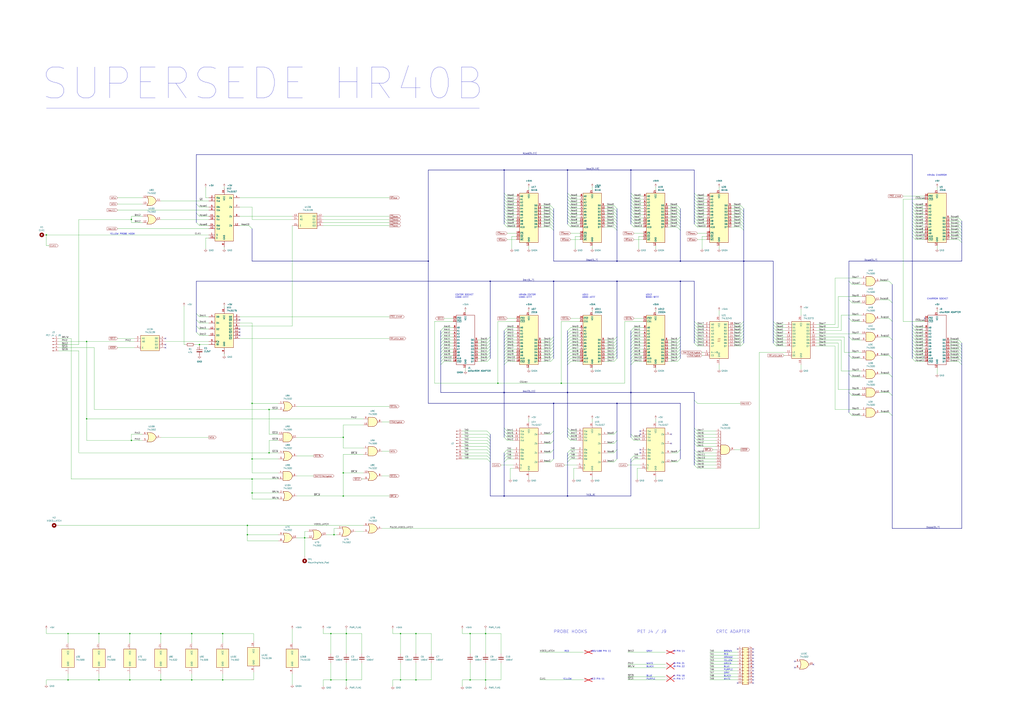
<source format=kicad_sch>
(kicad_sch (version 20231120) (generator "eeschema") (generator_version "8.0")
  (paper "A1")
  (title_block (title "SUPERSEDE HR40B") (date "2023-02-21") (rev "V001") (comment 1 "reverse-engineered in 2023") (comment 2 "creativecommons.org/licenses/by-sa/4.0/") (comment 3 "License: CC BY-SA 4.0") (comment 4 "Author: InsaneDruid"))
  (junction (at 414.02 322.58))
  (junction (at 207.01 405.13))
  (junction (at 220.98 372.11))
  (junction (at 207.01 393.7))
  (junction (at 71.12 344.17))
  (junction (at 281.94 388.62))
  (junction (at 454.66 231.14))
  (junction (at 203.2 431.8))
  (junction (at 281.94 359.41))
  (junction (at 106.68 558.8))
  (junction (at 386.08 558.8))
  (junction (at 414.02 139.7))
  (junction (at 182.88 558.8))
  (junction (at 220.98 336.55))
  (junction (at 163.83 283.21))
  (junction (at 402.59 231.14))
  (junction (at 271.78 520.7))
  (junction (at 506.73 231.14))
  (junction (at 386.08 520.7))
  (junction (at 461.01 314.96))
  (junction (at 558.8 231.14))
  (junction (at 132.08 558.8))
  (junction (at 466.09 407.67))
  (junction (at 157.48 558.8))
  (junction (at 454.66 331.47))
  (junction (at 506.73 214.63))
  (junction (at 518.16 322.58))
  (junction (at 281.94 407.67))
  (junction (at 284.48 520.7))
  (junction (at 408.94 314.96))
  (junction (at 328.93 558.8))
  (junction (at 328.93 520.7))
  (junction (at 518.16 139.7))
  (junction (at 157.48 520.7))
  (junction (at 398.78 520.7))
  (junction (at 38.1 193.04))
  (junction (at 132.08 520.7))
  (junction (at 466.09 322.58))
  (junction (at 106.68 520.7))
  (junction (at 55.88 520.7))
  (junction (at 81.28 520.7))
  (junction (at 398.78 558.8))
  (junction (at 182.88 520.7))
  (junction (at 466.09 139.7))
  (junction (at 341.63 558.8))
  (junction (at 610.87 214.63))
  (junction (at 250.19 441.96))
  (junction (at 55.88 558.8))
  (junction (at 107.95 361.95))
  (junction (at 341.63 520.7))
  (junction (at 558.8 214.63))
  (junction (at 271.78 558.8))
  (junction (at 274.32 439.42))
  (junction (at 414.02 407.67))
  (junction (at 203.2 439.42))
  (junction (at 71.12 280.67))
  (junction (at 351.79 214.63))
  (junction (at 284.48 558.8))
  (junction (at 506.73 331.47))
  (junction (at 81.28 558.8))
  (junction (at 107.95 180.34))
  (junction (at 207.01 331.47))
  (junction (at 207.01 377.19))
  (no_connect (at 759.46 261.62))
  (no_connect (at 551.18 356.87))
  (no_connect (at 605.79 561.34))
  (no_connect (at 525.78 372.11))
  (no_connect (at 135.89 285.75))
  (no_connect (at 525.78 356.87))
  (no_connect (at 196.85 262.89))
  (no_connect (at 652.78 543.56))
  (no_connect (at 135.89 283.21))
  (no_connect (at 618.49 543.56))
  (no_connect (at 618.49 538.48))
  (no_connect (at 196.85 270.51))
  (no_connect (at 618.49 558.8))
  (no_connect (at 135.89 278.13))
  (no_connect (at 618.49 551.18))
  (no_connect (at 618.49 535.94))
  (no_connect (at 618.49 548.64))
  (no_connect (at 618.49 546.1))
  (no_connect (at 196.85 275.59))
  (no_connect (at 618.49 541.02))
  (no_connect (at 618.49 533.4))
  (no_connect (at 618.49 561.34))
  (no_connect (at 605.79 533.4))
  (no_connect (at 618.49 556.26))
  (no_connect (at 551.18 364.49))
  (no_connect (at 668.02 546.1))
  (no_connect (at 652.78 548.64))
  (no_connect (at 618.49 553.72))
  (no_connect (at 525.78 369.57))
  (no_connect (at 525.78 354.33))
  (no_connect (at 196.85 273.05))
  (bus_entry (at 608.33 176.53) (size 2.54 2.54))
  (bus_entry (at 556.26 284.48) (size 2.54 -2.54))
  (bus_entry (at 608.33 179.07) (size 2.54 2.54))
  (bus_entry (at 635 281.94) (size 2.54 2.54))
  (bus_entry (at 468.63 184.15) (size -2.54 -2.54))
  (bus_entry (at 416.56 161.29) (size -2.54 -2.54))
  (bus_entry (at 468.63 171.45) (size -2.54 -2.54))
  (bus_entry (at 520.7 181.61) (size -2.54 -2.54))
  (bus_entry (at 608.33 186.69) (size 2.54 2.54))
  (bus_entry (at 504.19 356.87) (size 2.54 -2.54))
  (bus_entry (at 414.02 299.72) (size 2.54 -2.54))
  (bus_entry (at 749.3 176.53) (size 2.54 2.54))
  (bus_entry (at 466.09 271.78) (size 2.54 -2.54))
  (bus_entry (at 570.23 276.86) (size 2.54 2.54))
  (bus_entry (at 402.59 361.95) (size -2.54 -2.54))
  (bus_entry (at 452.12 294.64) (size 2.54 -2.54))
  (bus_entry (at 518.16 274.32) (size 2.54 -2.54))
  (bus_entry (at 570.23 369.57) (size 2.54 2.54))
  (bus_entry (at 466.09 292.1) (size 2.54 -2.54))
  (bus_entry (at 504.19 171.45) (size 2.54 2.54))
  (bus_entry (at 361.95 284.48) (size 2.54 -2.54))
  (bus_entry (at 749.3 274.32) (size 2.54 2.54))
  (bus_entry (at 400.05 289.56) (size 2.54 -2.54))
  (bus_entry (at 402.59 369.57) (size -2.54 -2.54))
  (bus_entry (at 749.3 292.1) (size 2.54 2.54))
  (bus_entry (at 504.19 364.49) (size 2.54 -2.54))
  (bus_entry (at 400.05 287.02) (size 2.54 -2.54))
  (bus_entry (at 520.7 163.83) (size -2.54 -2.54))
  (bus_entry (at 414.02 289.56) (size 2.54 -2.54))
  (bus_entry (at 161.29 257.81) (size 2.54 2.54))
  (bus_entry (at 504.19 294.64) (size 2.54 -2.54))
  (bus_entry (at 787.4 284.48) (size 2.54 2.54))
  (bus_entry (at 730.25 261.62) (size 2.54 2.54))
  (bus_entry (at 452.12 292.1) (size 2.54 -2.54))
  (bus_entry (at 468.63 166.37) (size -2.54 -2.54))
  (bus_entry (at 787.4 186.69) (size 2.54 2.54))
  (bus_entry (at 610.87 269.24) (size -2.54 2.54))
  (bus_entry (at 504.19 179.07) (size 2.54 2.54))
  (bus_entry (at 608.33 173.99) (size 2.54 2.54))
  (bus_entry (at 749.3 171.45) (size 2.54 2.54))
  (bus_entry (at 570.23 382.27) (size 2.54 2.54))
  (bus_entry (at 556.26 292.1) (size 2.54 -2.54))
  (bus_entry (at 400.05 294.64) (size 2.54 -2.54))
  (bus_entry (at 466.09 354.33) (size 2.54 2.54))
  (bus_entry (at 572.77 176.53) (size -2.54 -2.54))
  (bus_entry (at 452.12 287.02) (size 2.54 -2.54))
  (bus_entry (at 414.02 351.79) (size 2.54 2.54))
  (bus_entry (at 556.26 184.15) (size 2.54 2.54))
  (bus_entry (at 787.4 194.31) (size 2.54 2.54))
  (bus_entry (at 466.09 276.86) (size 2.54 -2.54))
  (bus_entry (at 572.77 163.83) (size -2.54 -2.54))
  (bus_entry (at 556.26 179.07) (size 2.54 2.54))
  (bus_entry (at 570.23 269.24) (size 2.54 2.54))
  (bus_entry (at 572.77 171.45) (size -2.54 -2.54))
  (bus_entry (at 697.23 322.58) (size 2.54 2.54))
  (bus_entry (at 570.23 372.11) (size 2.54 2.54))
  (bus_entry (at 414.02 379.73) (size 2.54 -2.54))
  (bus_entry (at 466.09 351.79) (size 2.54 2.54))
  (bus_entry (at 416.56 176.53) (size -2.54 -2.54))
  (bus_entry (at 466.09 274.32) (size 2.54 -2.54))
  (bus_entry (at 452.12 364.49) (size 2.54 -2.54))
  (bus_entry (at 749.3 166.37) (size 2.54 2.54))
  (bus_entry (at 504.19 292.1) (size 2.54 -2.54))
  (bus_entry (at 749.3 189.23) (size 2.54 2.54))
  (bus_entry (at 414.02 356.87) (size 2.54 2.54))
  (bus_entry (at 787.4 181.61) (size 2.54 2.54))
  (bus_entry (at 361.95 276.86) (size 2.54 -2.54))
  (bus_entry (at 608.33 171.45) (size 2.54 2.54))
  (bus_entry (at 635 276.86) (size 2.54 2.54))
  (bus_entry (at 414.02 271.78) (size 2.54 -2.54))
  (bus_entry (at 570.23 279.4) (size 2.54 2.54))
  (bus_entry (at 697.23 339.09) (size 2.54 2.54))
  (bus_entry (at 749.3 294.64) (size 2.54 2.54))
  (bus_entry (at 610.87 276.86) (size -2.54 2.54))
  (bus_entry (at 504.19 181.61) (size 2.54 2.54))
  (bus_entry (at 749.3 184.15) (size 2.54 2.54))
  (bus_entry (at 466.09 379.73) (size 2.54 -2.54))
  (bus_entry (at 504.19 279.4) (size 2.54 -2.54))
  (bus_entry (at 749.3 287.02) (size 2.54 2.54))
  (bus_entry (at 787.4 292.1) (size 2.54 2.54))
  (bus_entry (at 518.16 359.41) (size 2.54 2.54))
  (bus_entry (at 452.12 281.94) (size 2.54 -2.54))
  (bus_entry (at 749.3 173.99) (size 2.54 2.54))
  (bus_entry (at 749.3 181.61) (size 2.54 2.54))
  (bus_entry (at 161.29 167.64) (size 2.54 2.54))
  (bus_entry (at 572.77 161.29) (size -2.54 -2.54))
  (bus_entry (at 414.02 279.4) (size 2.54 -2.54))
  (bus_entry (at 697.23 307.34) (size 2.54 2.54))
  (bus_entry (at 452.12 184.15) (size 2.54 2.54))
  (bus_entry (at 787.4 189.23) (size 2.54 2.54))
  (bus_entry (at 570.23 351.79) (size 2.54 2.54))
  (bus_entry (at 556.26 281.94) (size 2.54 -2.54))
  (bus_entry (at 787.4 281.94) (size 2.54 2.54))
  (bus_entry (at 504.19 176.53) (size 2.54 2.54))
  (bus_entry (at 452.12 279.4) (size 2.54 -2.54))
  (bus_entry (at 518.16 297.18) (size 2.54 -2.54))
  (bus_entry (at 466.09 297.18) (size 2.54 -2.54))
  (bus_entry (at 400.05 284.48) (size 2.54 -2.54))
  (bus_entry (at 466.09 284.48) (size 2.54 -2.54))
  (bus_entry (at 787.4 279.4) (size 2.54 2.54))
  (bus_entry (at 361.95 289.56) (size 2.54 -2.54))
  (bus_entry (at 635 271.78) (size 2.54 2.54))
  (bus_entry (at 518.16 284.48) (size 2.54 -2.54))
  (bus_entry (at 570.23 374.65) (size 2.54 2.54))
  (bus_entry (at 466.09 279.4) (size 2.54 -2.54))
  (bus_entry (at 400.05 281.94) (size 2.54 -2.54))
  (bus_entry (at 161.29 182.88) (size 2.54 2.54))
  (bus_entry (at 452.12 176.53) (size 2.54 2.54))
  (bus_entry (at 468.63 179.07) (size -2.54 -2.54))
  (bus_entry (at 697.23 231.14) (size 2.54 2.54))
  (bus_entry (at 504.19 186.69) (size 2.54 2.54))
  (bus_entry (at 518.16 281.94) (size 2.54 -2.54))
  (bus_entry (at 416.56 168.91) (size -2.54 -2.54))
  (bus_entry (at 556.26 176.53) (size 2.54 2.54))
  (bus_entry (at 787.4 297.18) (size 2.54 2.54))
  (bus_entry (at 402.59 372.11) (size -2.54 -2.54))
  (bus_entry (at 452.12 356.87) (size 2.54 -2.54))
  (bus_entry (at 556.26 186.69) (size 2.54 2.54))
  (bus_entry (at 635 269.24) (size 2.54 2.54))
  (bus_entry (at 570.23 356.87) (size 2.54 2.54))
  (bus_entry (at 520.7 176.53) (size -2.54 -2.54))
  (bus_entry (at 452.12 284.48) (size 2.54 -2.54))
  (bus_entry (at 416.56 166.37) (size -2.54 -2.54))
  (bus_entry (at 414.02 297.18) (size 2.54 -2.54))
  (bus_entry (at 466.09 372.11) (size 2.54 -2.54))
  (bus_entry (at 730.25 231.14) (size 2.54 2.54))
  (bus_entry (at 697.23 246.38) (size 2.54 2.54))
  (bus_entry (at 416.56 179.07) (size -2.54 -2.54))
  (bus_entry (at 466.09 281.94) (size 2.54 -2.54))
  (bus_entry (at 697.23 292.1) (size 2.54 2.54))
  (bus_entry (at 161.29 175.26) (size 2.54 2.54))
  (bus_entry (at 787.4 179.07) (size 2.54 2.54))
  (bus_entry (at 504.19 281.94) (size 2.54 -2.54))
  (bus_entry (at 520.7 166.37) (size -2.54 -2.54))
  (bus_entry (at 414.02 281.94) (size 2.54 -2.54))
  (bus_entry (at 452.12 179.07) (size 2.54 2.54))
  (bus_entry (at 520.7 168.91) (size -2.54 -2.54))
  (bus_entry (at 468.63 186.69) (size -2.54 -2.54))
  (bus_entry (at 414.02 276.86) (size 2.54 -2.54))
  (bus_entry (at 749.3 191.77) (size 2.54 2.54))
  (bus_entry (at 361.95 294.64) (size 2.54 -2.54))
  (bus_entry (at 466.09 356.87) (size 2.54 2.54))
  (bus_entry (at 452.12 168.91) (size 2.54 2.54))
  (bus_entry (at 414.02 377.19) (size 2.54 -2.54))
  (bus_entry (at 416.56 184.15) (size -2.54 -2.54))
  (bus_entry (at 204.47 185.42) (size 2.54 2.54))
  (bus_entry (at 730.25 307.34) (size 2.54 2.54))
  (bus_entry (at 697.23 261.62) (size 2.54 2.54))
  (bus_entry (at 572.77 173.99) (size -2.54 -2.54))
  (bus_entry (at 572.77 179.07) (size -2.54 -2.54))
  (bus_entry (at 414.02 287.02) (size 2.54 -2.54))
  (bus_entry (at 518.16 271.78) (size 2.54 -2.54))
  (bus_entry (at 466.09 294.64) (size 2.54 -2.54))
  (bus_entry (at 504.19 379.73) (size 2.54 -2.54))
  (bus_entry (at 572.77 186.69) (size -2.54 -2.54))
  (bus_entry (at 414.02 292.1) (size 2.54 -2.54))
  (bus_entry (at 468.63 163.83) (size -2.54 -2.54))
  (bus_entry (at 730.25 276.86) (size 2.54 2.54))
  (bus_entry (at 787.4 294.64) (size 2.54 2.54))
  (bus_entry (at 452.12 289.56) (size 2.54 -2.54))
  (bus_entry (at 402.59 367.03) (size -2.54 -2.54))
  (bus_entry (at 572.77 181.61) (size -2.54 -2.54))
  (bus_entry (at 518.16 294.64) (size 2.54 -2.54))
  (bus_entry (at 556.26 379.73) (size 2.54 -2.54))
  (bus_entry (at 361.95 281.94) (size 2.54 -2.54))
  (bus_entry (at 468.63 168.91) (size -2.54 -2.54))
  (bus_entry (at 361.95 299.72) (size 2.54 -2.54))
  (bus_entry (at 520.7 179.07) (size -2.54 -2.54))
  (bus_entry (at 572.77 168.91) (size -2.54 -2.54))
  (bus_entry (at 414.02 372.11) (size 2.54 -2.54))
  (bus_entry (at 414.02 374.65) (size 2.54 -2.54))
  (bus_entry (at 749.3 186.69) (size 2.54 2.54))
  (bus_entry (at 610.87 271.78) (size -2.54 2.54))
  (bus_entry (at 749.3 168.91) (size 2.54 2.54))
  (bus_entry (at 361.95 292.1) (size 2.54 -2.54))
  (bus_entry (at 361.95 287.02) (size 2.54 -2.54))
  (bus_entry (at 749.3 271.78) (size 2.54 2.54))
  (bus_entry (at 518.16 276.86) (size 2.54 -2.54))
  (bus_entry (at 730.25 292.1) (size 2.54 2.54))
  (bus_entry (at 518.16 289.56) (size 2.54 -2.54))
  (bus_entry (at 730.25 339.09) (size 2.54 2.54))
  (bus_entry (at 556.26 297.18) (size 2.54 -2.54))
  (bus_entry (at 608.33 168.91) (size 2.54 2.54))
  (bus_entry (at 520.7 173.99) (size -2.54 -2.54))
  (bus_entry (at 570.23 271.78) (size 2.54 2.54))
  (bus_entry (at 749.3 276.86) (size 2.54 2.54))
  (bus_entry (at 452.12 171.45) (size 2.54 2.54))
  (bus_entry (at 749.3 281.94) (size 2.54 2.54))
  (bus_entry (at 452.12 186.69) (size 2.54 2.54))
  (bus_entry (at 610.87 274.32) (size -2.54 2.54))
  (bus_entry (at 749.3 269.24) (size 2.54 2.54))
  (bus_entry (at 468.63 161.29) (size -2.54 -2.54))
  (bus_entry (at 361.95 279.4) (size 2.54 -2.54))
  (bus_entry (at 468.63 176.53) (size -2.54 -2.54))
  (bus_entry (at 361.95 274.32) (size 2.54 -2.54))
  (bus_entry (at 608.33 184.15) (size 2.54 2.54))
  (bus_entry (at 556.26 372.11) (size 2.54 -2.54))
  (bus_entry (at 402.59 356.87) (size -2.54 -2.54))
  (bus_entry (at 416.56 171.45) (size -2.54 -2.54))
  (bus_entry (at 504.19 173.99) (size 2.54 2.54))
  (bus_entry (at 520.7 184.15) (size -2.54 -2.54))
  (bus_entry (at 787.4 287.02) (size 2.54 2.54))
  (bus_entry (at 402.59 377.19) (size -2.54 -2.54))
  (bus_entry (at 518.16 377.19) (size 2.54 -2.54))
  (bus_entry (at 570.23 266.7) (size 2.54 2.54))
  (bus_entry (at 556.26 294.64) (size 2.54 -2.54))
  (bus_entry (at 161.29 262.89) (size 2.54 2.54))
  (bus_entry (at 556.26 168.91) (size 2.54 2.54))
  (bus_entry (at 361.95 297.18) (size 2.54 -2.54))
  (bus_entry (at 518.16 379.73) (size 2.54 -2.54))
  (bus_entry (at 468.63 173.99) (size -2.54 -2.54))
  (bus_entry (at 504.19 184.15) (size 2.54 2.54))
  (bus_entry (at 570.23 359.41) (size 2.54 2.54))
  (bus_entry (at 730.25 322.58) (size 2.54 2.54))
  (bus_entry (at 749.3 284.48) (size 2.54 2.54))
  (bus_entry (at 504.19 284.48) (size 2.54 -2.54))
  (bus_entry (at 570.23 364.49) (size 2.54 2.54))
  (bus_entry (at 635 266.7) (size 2.54 2.54))
  (bus_entry (at 556.26 287.02) (size 2.54 -2.54))
  (bus_entry (at 556.26 289.56) (size 2.54 -2.54))
  (bus_entry (at 161.29 267.97) (size 2.54 2.54))
  (bus_entry (at 610.87 266.7) (size -2.54 2.54))
  (bus_entry (at 414.02 294.64) (size 2.54 -2.54))
  (bus_entry (at 466.09 289.56) (size 2.54 -2.54))
  (bus_entry (at 504.19 168.91) (size 2.54 2.54))
  (bus_entry (at 610.87 279.4) (size -2.54 2.54))
  (bus_entry (at 402.59 379.73) (size -2.54 -2.54))
  (bus_entry (at 556.26 181.61) (size 2.54 2.54))
  (bus_entry (at 518.16 279.4) (size 2.54 -2.54))
  (bus_entry (at 504.19 297.18) (size 2.54 -2.54))
  (bus_entry (at 518.16 356.87) (size 2.54 2.54))
  (bus_entry (at 414.02 284.48) (size 2.54 -2.54))
  (bus_entry (at 416.56 181.61) (size -2.54 -2.54))
  (bus_entry (at 416.56 163.83) (size -2.54 -2.54))
  (bus_entry (at 452.12 173.99) (size 2.54 2.54))
  (bus_entry (at 414.02 354.33) (size 2.54 2.54))
  (bus_entry (at 504.19 372.11) (size 2.54 -2.54))
  (bus_entry (at 400.05 292.1) (size 2.54 -2.54))
  (bus_entry (at 520.7 171.45) (size -2.54 -2.54))
  (bus_entry (at 416.56 173.99) (size -2.54 -2.54))
  (bus_entry (at 572.77 166.37) (size -2.54 -2.54))
  (bus_entry (at 749.3 289.56) (size 2.54 2.54))
  (bus_entry (at 466.09 374.65) (size 2.54 -2.54))
  (bus_entry (at 610.87 281.94) (size -2.54 2.54))
  (bus_entry (at 749.3 179.07) (size 2.54 2.54))
  (bus_entry (at 452.12 297.18) (size 2.54 -2.54))
  (bus_entry (at 504.19 287.02) (size 2.54 -2.54))
  (bus_entry (at 520.7 161.29) (size -2.54 -2.54))
  (bus_entry (at 570.23 328.93) (size 2.54 2.54))
  (bus_entry (at 466.09 287.02) (size 2.54 -2.54))
  (bus_entry (at 466.09 299.72) (size 2.54 -2.54))
  (bus_entry (at 468.63 181.61) (size -2.54 -2.54))
  (bus_entry (at 749.3 279.4) (size 2.54 2.54))
  (bus_entry (at 570.23 281.94) (size 2.54 2.54))
  (bus_entry (at 414.02 359.41) (size 2.54 2.54))
  (bus_entry (at 466.09 377.19) (size 2.54 -2.54))
  (bus_entry (at 361.95 271.78) (size 2.54 -2.54))
  (bus_entry (at 570.23 361.95) (size 2.54 2.54))
  (bus_entry (at 518.16 287.02) (size 2.54 -2.54))
  (bus_entry (at 556.26 171.45) (size 2.54 2.54))
  (bus_entry (at 414.02 274.32) (size 2.54 -2.54))
  (bus_entry (at 518.16 299.72) (size 2.54 -2.54))
  (bus_entry (at 570.23 377.19) (size 2.54 2.54))
  (bus_entry (at 787.4 191.77) (size 2.54 2.54))
  (bus_entry (at 570.23 264.16) (size 2.54 2.54))
  (bus_entry (at 518.16 292.1) (size 2.54 -2.54))
  (bus_entry (at 635 279.4) (size 2.54 2.54))
  (bus_entry (at 697.23 276.86) (size 2.54 2.54))
  (bus_entry (at 161.29 273.05) (size 2.54 2.54))
  (bus_entry (at 608.33 181.61) (size 2.54 2.54))
  (bus_entry (at 452.12 379.73) (size 2.54 -2.54))
  (bus_entry (at 400.05 297.18) (size 2.54 -2.54))
  (bus_entry (at 556.26 279.4) (size 2.54 -2.54))
  (bus_entry (at 520.7 186.69) (size -2.54 -2.54))
  (bus_entry (at 635 264.16) (size 2.54 2.54))
  (bus_entry (at 787.4 289.56) (size 2.54 2.54))
  (bus_entry (at 466.09 359.41) (size 2.54 2.54))
  (bus_entry (at 556.26 173.99) (size 2.54 2.54))
  (bus_entry (at 635 274.32) (size 2.54 2.54))
  (bus_entry (at 572.77 184.15) (size -2.54 -2.54))
  (bus_entry (at 452.12 181.61) (size 2.54 2.54))
  (bus_entry (at 570.23 354.33) (size 2.54 2.54))
  (bus_entry (at 400.05 279.4) (size 2.54 -2.54))
  (bus_entry (at 610.87 264.16) (size -2.54 2.54))
  (bus_entry (at 749.3 266.7) (size 2.54 2.54))
  (bus_entry (at 570.23 274.32) (size 2.54 2.54))
  (bus_entry (at 416.56 186.69) (size -2.54 -2.54))
  (bus_entry (at 452.12 372.11) (size 2.54 -2.54))
  (bus_entry (at 402.59 359.41) (size -2.54 -2.54))
  (bus_entry (at 504.19 289.56) (size 2.54 -2.54))
  (bus_entry (at 570.23 379.73) (size 2.54 2.54))
  (bus_entry (at 749.3 194.31) (size 2.54 2.54))
  (bus_entry (at 730.25 246.38) (size 2.54 2.54))
  (bus_entry (at 787.4 196.85) (size 2.54 2.54))
  (bus_entry (at 402.59 374.65) (size -2.54 -2.54))
  (bus_entry (at 787.4 184.15) (size 2.54 2.54))
  (bus_entry (at 402.59 364.49) (size -2.54 -2.54))
  (wire (pts (xy 572.77 271.78) (xy 577.85 271.78)))
  (wire (pts (xy 685.8 228.6) (xy 707.39 228.6)))
  (wire (pts (xy 379.73 356.87) (xy 400.05 356.87)))
  (wire (pts (xy 741.68 161.29) (xy 759.46 161.29)))
  (wire (pts (xy 670.56 281.94) (xy 688.34 281.94)))
  (wire (pts (xy 379.73 359.41) (xy 400.05 359.41)))
  (wire (pts (xy 572.77 367.03) (xy 588.01 367.03)))
  (bus (pts (xy 570.23 382.27) (xy 570.23 379.73)))
  (bus (pts (xy 454.66 331.47) (xy 351.79 331.47)))
  (bus (pts (xy 558.8 292.1) (xy 558.8 289.56)))
  (bus (pts (xy 466.09 322.58) (xy 466.09 351.79)))
  (wire (pts (xy 524.51 194.31) (xy 524.51 204.47)))
  (wire (pts (xy 751.84 297.18) (xy 759.46 297.18)))
  (wire (pts (xy 590.55 255.27) (xy 590.55 259.08)))
  (bus (pts (xy 506.73 184.15) (xy 506.73 186.69)))
  (wire (pts (xy 207.01 331.47) (xy 228.6 331.47)))
  (wire (pts (xy 520.7 281.94) (xy 528.32 281.94)))
  (wire (pts (xy 637.54 274.32) (xy 645.16 274.32)))
  (wire (pts (xy 243.84 441.96) (xy 250.19 441.96)))
  (bus (pts (xy 570.23 379.73) (xy 570.23 377.19)))
  (bus (pts (xy 466.09 163.83) (xy 466.09 166.37)))
  (bus (pts (xy 207.01 214.63) (xy 351.79 214.63)))
  (bus (pts (xy 570.23 168.91) (xy 570.23 171.45)))
  (wire (pts (xy 538.48 153.67) (xy 538.48 156.21)))
  (wire (pts (xy 572.77 356.87) (xy 588.01 356.87)))
  (wire (pts (xy 320.04 162.56) (xy 196.85 162.56)))
  (wire (pts (xy 416.56 191.77) (xy 424.18 191.77)))
  (wire (pts (xy 203.2 439.42) (xy 228.6 439.42)))
  (wire (pts (xy 486.41 201.93) (xy 486.41 204.47)))
  (wire (pts (xy 741.68 163.83) (xy 759.46 163.83)))
  (wire (pts (xy 297.18 393.7) (xy 298.45 393.7)))
  (wire (pts (xy 64.77 283.21) (xy 64.77 180.34)))
  (bus (pts (xy 610.87 214.63) (xy 610.87 264.16)))
  (wire (pts (xy 769.62 255.27) (xy 769.62 256.54)))
  (wire (pts (xy 208.28 520.7) (xy 208.28 527.05)))
  (wire (pts (xy 572.77 191.77) (xy 580.39 191.77)))
  (bus (pts (xy 414.02 297.18) (xy 414.02 299.72)))
  (bus (pts (xy 732.79 264.16) (xy 732.79 279.4)))
  (bus (pts (xy 732.79 341.63) (xy 732.79 434.34)))
  (bus (pts (xy 749.3 292.1) (xy 749.3 294.64)))
  (bus (pts (xy 610.87 173.99) (xy 610.87 176.53)))
  (wire (pts (xy 184.15 153.67) (xy 184.15 154.94)))
  (wire (pts (xy 520.7 292.1) (xy 528.32 292.1)))
  (wire (pts (xy 243.84 334.01) (xy 320.04 334.01)))
  (bus (pts (xy 466.09 351.79) (xy 466.09 354.33)))
  (wire (pts (xy 281.94 388.62) (xy 298.45 388.62)))
  (wire (pts (xy 434.34 153.67) (xy 434.34 156.21)))
  (wire (pts (xy 779.78 186.69) (xy 787.4 186.69)))
  (wire (pts (xy 468.63 372.11) (xy 473.71 372.11)))
  (wire (pts (xy 281.94 368.3) (xy 281.94 359.41)))
  (wire (pts (xy 572.77 377.19) (xy 588.01 377.19)))
  (wire (pts (xy 207.01 393.7) (xy 228.6 393.7)))
  (bus (pts (xy 610.87 266.7) (xy 610.87 269.24)))
  (wire (pts (xy 416.56 176.53) (xy 424.18 176.53)))
  (bus (pts (xy 454.66 377.19) (xy 454.66 369.57)))
  (bus (pts (xy 414.02 289.56) (xy 414.02 292.1)))
  (wire (pts (xy 468.63 297.18) (xy 476.25 297.18)))
  (wire (pts (xy 96.52 278.13) (xy 110.49 278.13)))
  (bus (pts (xy 506.73 231.14) (xy 506.73 276.86)))
  (wire (pts (xy 779.78 196.85) (xy 787.4 196.85)))
  (bus (pts (xy 414.02 372.11) (xy 414.02 374.65)))
  (bus (pts (xy 454.66 231.14) (xy 506.73 231.14)))
  (wire (pts (xy 520.7 171.45) (xy 528.32 171.45)))
  (bus (pts (xy 454.66 281.94) (xy 454.66 279.4)))
  (bus (pts (xy 518.16 294.64) (xy 518.16 297.18)))
  (wire (pts (xy 408.94 314.96) (xy 461.01 314.96)))
  (wire (pts (xy 392.43 297.18) (xy 400.05 297.18)))
  (bus (pts (xy 161.29 257.81) (xy 161.29 262.89)))
  (bus (pts (xy 610.87 279.4) (xy 610.87 281.94)))
  (bus (pts (xy 466.09 279.4) (xy 466.09 281.94)))
  (bus (pts (xy 402.59 407.67) (xy 414.02 407.67)))
  (wire (pts (xy 520.7 361.95) (xy 525.78 361.95)))
  (wire (pts (xy 476.25 261.62) (xy 468.63 261.62)))
  (wire (pts (xy 572.77 354.33) (xy 588.01 354.33)))
  (wire (pts (xy 322.58 520.7) (xy 328.93 520.7)))
  (bus (pts (xy 635 266.7) (xy 635 264.16)))
  (bus (pts (xy 466.09 158.75) (xy 466.09 161.29)))
  (wire (pts (xy 600.71 184.15) (xy 608.33 184.15)))
  (wire (pts (xy 416.56 374.65) (xy 421.64 374.65)))
  (bus (pts (xy 454.66 354.33) (xy 454.66 331.47)))
  (bus (pts (xy 161.29 175.26) (xy 161.29 182.88)))
  (wire (pts (xy 313.69 346.71) (xy 320.04 346.71)))
  (wire (pts (xy 468.63 181.61) (xy 476.25 181.61)))
  (wire (pts (xy 328.93 520.7) (xy 328.93 537.21)))
  (wire (pts (xy 271.78 558.8) (xy 284.48 558.8)))
  (bus (pts (xy 518.16 168.91) (xy 518.16 171.45)))
  (bus (pts (xy 789.94 191.77) (xy 789.94 189.23)))
  (wire (pts (xy 699.77 341.63) (xy 707.39 341.63)))
  (wire (pts (xy 670.56 284.48) (xy 685.8 284.48)))
  (bus (pts (xy 697.23 307.34) (xy 697.23 292.1)))
  (bus (pts (xy 610.87 186.69) (xy 610.87 189.23)))
  (wire (pts (xy 392.43 284.48) (xy 400.05 284.48)))
  (wire (pts (xy 271.78 520.7) (xy 271.78 537.21)))
  (wire (pts (xy 693.42 289.56) (xy 693.42 276.86)))
  (wire (pts (xy 416.56 271.78) (xy 424.18 271.78)))
  (wire (pts (xy 416.56 292.1) (xy 424.18 292.1)))
  (wire (pts (xy 58.42 278.13) (xy 58.42 393.7)))
  (wire (pts (xy 751.84 279.4) (xy 759.46 279.4)))
  (bus (pts (xy 466.09 322.58) (xy 518.16 322.58)))
  (wire (pts (xy 250.19 441.96) (xy 252.73 441.96)))
  (bus (pts (xy 466.09 407.67) (xy 414.02 407.67)))
  (wire (pts (xy 416.56 276.86) (xy 424.18 276.86)))
  (wire (pts (xy 572.77 173.99) (xy 580.39 173.99)))
  (bus (pts (xy 570.23 179.07) (xy 570.23 181.61)))
  (wire (pts (xy 468.63 354.33) (xy 473.71 354.33)))
  (bus (pts (xy 610.87 184.15) (xy 610.87 186.69)))
  (bus (pts (xy 414.02 139.7) (xy 351.79 139.7)))
  (wire (pts (xy 207.01 410.21) (xy 207.01 405.13)))
  (wire (pts (xy 608.33 271.78) (xy 603.25 271.78)))
  (wire (pts (xy 572.77 161.29) (xy 580.39 161.29)))
  (bus (pts (xy 570.23 369.57) (xy 570.23 364.49)))
  (bus (pts (xy 518.16 139.7) (xy 518.16 158.75)))
  (wire (pts (xy 107.95 177.8) (xy 107.95 180.34)))
  (bus (pts (xy 466.09 276.86) (xy 466.09 279.4)))
  (wire (pts (xy 637.54 271.78) (xy 645.16 271.78)))
  (bus (pts (xy 414.02 374.65) (xy 414.02 377.19)))
  (wire (pts (xy 548.64 279.4) (xy 556.26 279.4)))
  (wire (pts (xy 520.7 269.24) (xy 528.32 269.24)))
  (wire (pts (xy 582.93 541.02) (xy 605.79 541.02)))
  (wire (pts (xy 364.49 284.48) (xy 372.11 284.48)))
  (wire (pts (xy 184.15 290.83) (xy 184.15 292.1)))
  (wire (pts (xy 643.89 292.1) (xy 645.16 292.1)))
  (wire (pts (xy 419.1 384.81) (xy 419.1 393.7)))
  (bus (pts (xy 454.66 287.02) (xy 454.66 284.48)))
  (bus (pts (xy 414.02 168.91) (xy 414.02 166.37)))
  (wire (pts (xy 572.77 359.41) (xy 588.01 359.41)))
  (wire (pts (xy 779.78 181.61) (xy 787.4 181.61)))
  (bus (pts (xy 558.8 176.53) (xy 558.8 179.07)))
  (wire (pts (xy 416.56 181.61) (xy 424.18 181.61)))
  (wire (pts (xy 515.62 535.94) (xy 546.1 535.94)))
  (wire (pts (xy 354.33 520.7) (xy 354.33 537.21)))
  (wire (pts (xy 572.77 284.48) (xy 577.85 284.48)))
  (bus (pts (xy 506.73 287.02) (xy 506.73 284.48)))
  (bus (pts (xy 697.23 246.38) (xy 697.23 231.14)))
  (wire (pts (xy 637.54 266.7) (xy 645.16 266.7)))
  (bus (pts (xy 558.8 179.07) (xy 558.8 181.61)))
  (bus (pts (xy 466.09 179.07) (xy 466.09 181.61)))
  (wire (pts (xy 585.47 369.57) (xy 588.01 369.57)))
  (wire (pts (xy 468.63 163.83) (xy 476.25 163.83)))
  (wire (pts (xy 751.84 173.99) (xy 759.46 173.99)))
  (wire (pts (xy 411.48 544.83) (xy 411.48 558.8)))
  (bus (pts (xy 749.3 289.56) (xy 749.3 292.1)))
  (wire (pts (xy 741.68 264.16) (xy 759.46 264.16)))
  (bus (pts (xy 570.23 231.14) (xy 570.23 264.16)))
  (wire (pts (xy 132.08 165.1) (xy 171.45 165.1)))
  (bus (pts (xy 789.94 292.1) (xy 789.94 294.64)))
  (wire (pts (xy 548.64 281.94) (xy 556.26 281.94)))
  (wire (pts (xy 699.77 264.16) (xy 707.39 264.16)))
  (wire (pts (xy 751.84 186.69) (xy 759.46 186.69)))
  (wire (pts (xy 468.63 276.86) (xy 476.25 276.86)))
  (wire (pts (xy 779.78 179.07) (xy 787.4 179.07)))
  (bus (pts (xy 361.95 274.32) (xy 361.95 276.86)))
  (wire (pts (xy 416.56 269.24) (xy 424.18 269.24)))
  (bus (pts (xy 161.29 127) (xy 161.29 167.64)))
  (wire (pts (xy 515.62 556.26) (xy 546.1 556.26)))
  (wire (pts (xy 207.01 377.19) (xy 207.01 388.62)))
  (wire (pts (xy 468.63 274.32) (xy 476.25 274.32)))
  (wire (pts (xy 523.24 384.81) (xy 523.24 393.7)))
  (wire (pts (xy 608.33 284.48) (xy 603.25 284.48)))
  (wire (pts (xy 196.85 177.8) (xy 240.03 177.8)))
  (bus (pts (xy 361.95 299.72) (xy 361.95 322.58)))
  (wire (pts (xy 207.01 393.7) (xy 58.42 393.7)))
  (wire (pts (xy 106.68 520.7) (xy 132.08 520.7)))
  (wire (pts (xy 132.08 520.7) (xy 132.08 528.32)))
  (bus (pts (xy 454.66 279.4) (xy 454.66 276.86)))
  (bus (pts (xy 635 274.32) (xy 635 271.78)))
  (wire (pts (xy 637.54 276.86) (xy 645.16 276.86)))
  (wire (pts (xy 416.56 179.07) (xy 424.18 179.07)))
  (bus (pts (xy 570.23 322.58) (xy 570.23 328.93)))
  (bus (pts (xy 570.23 354.33) (xy 570.23 351.79)))
  (wire (pts (xy 468.63 269.24) (xy 476.25 269.24)))
  (wire (pts (xy 722.63 231.14) (xy 730.25 231.14)))
  (wire (pts (xy 548.64 179.07) (xy 556.26 179.07)))
  (bus (pts (xy 414.02 176.53) (xy 414.02 173.99)))
  (bus (pts (xy 506.73 289.56) (xy 506.73 287.02)))
  (bus (pts (xy 361.95 287.02) (xy 361.95 289.56)))
  (bus (pts (xy 732.79 434.34) (xy 789.94 434.34)))
  (wire (pts (xy 116.84 361.95) (xy 107.95 361.95)))
  (wire (pts (xy 473.71 382.27) (xy 463.55 382.27)))
  (bus (pts (xy 732.79 341.63) (xy 732.79 325.12)))
  (wire (pts (xy 751.84 294.64) (xy 759.46 294.64)))
  (bus (pts (xy 466.09 377.19) (xy 466.09 379.73)))
  (bus (pts (xy 570.23 163.83) (xy 570.23 166.37)))
  (wire (pts (xy 751.84 194.31) (xy 759.46 194.31)))
  (wire (pts (xy 106.68 553.72) (xy 106.68 558.8)))
  (bus (pts (xy 466.09 161.29) (xy 466.09 163.83)))
  (wire (pts (xy 751.84 184.15) (xy 759.46 184.15)))
  (bus (pts (xy 749.3 168.91) (xy 749.3 166.37)))
  (wire (pts (xy 600.71 179.07) (xy 608.33 179.07)))
  (wire (pts (xy 265.43 558.8) (xy 265.43 563.88)))
  (wire (pts (xy 444.5 297.18) (xy 452.12 297.18)))
  (wire (pts (xy 96.52 187.96) (xy 171.45 187.96)))
  (bus (pts (xy 506.73 294.64) (xy 506.73 292.1)))
  (wire (pts (xy 637.54 269.24) (xy 645.16 269.24)))
  (bus (pts (xy 570.23 377.19) (xy 570.23 374.65)))
  (wire (pts (xy 48.26 278.13) (xy 58.42 278.13)))
  (wire (pts (xy 548.64 171.45) (xy 556.26 171.45)))
  (bus (pts (xy 518.16 166.37) (xy 518.16 168.91)))
  (wire (pts (xy 55.88 528.32) (xy 55.88 520.7)))
  (wire (pts (xy 207.01 405.13) (xy 228.6 405.13)))
  (wire (pts (xy 520.7 287.02) (xy 528.32 287.02)))
  (wire (pts (xy 548.64 287.02) (xy 556.26 287.02)))
  (wire (pts (xy 468.63 361.95) (xy 473.71 361.95)))
  (bus (pts (xy 518.16 279.4) (xy 518.16 281.94)))
  (bus (pts (xy 749.3 189.23) (xy 749.3 186.69)))
  (wire (pts (xy 751.84 274.32) (xy 759.46 274.32)))
  (wire (pts (xy 608.33 279.4) (xy 603.25 279.4)))
  (wire (pts (xy 416.56 372.11) (xy 421.64 372.11)))
  (wire (pts (xy 496.57 279.4) (xy 504.19 279.4)))
  (wire (pts (xy 163.83 260.35) (xy 171.45 260.35)))
  (bus (pts (xy 558.8 173.99) (xy 558.8 176.53)))
  (wire (pts (xy 55.88 558.8) (xy 55.88 553.72)))
  (wire (pts (xy 538.48 392.43) (xy 538.48 393.7)))
  (bus (pts (xy 570.23 158.75) (xy 570.23 161.29)))
  (wire (pts (xy 779.78 297.18) (xy 787.4 297.18)))
  (wire (pts (xy 657.86 254) (xy 657.86 259.08)))
  (bus (pts (xy 402.59 292.1) (xy 402.59 289.56)))
  (bus (pts (xy 414.02 292.1) (xy 414.02 294.64)))
  (wire (pts (xy 548.64 181.61) (xy 556.26 181.61)))
  (bus (pts (xy 749.3 266.7) (xy 749.3 269.24)))
  (wire (pts (xy 364.49 287.02) (xy 372.11 287.02)))
  (wire (pts (xy 416.56 369.57) (xy 421.64 369.57)))
  (bus (pts (xy 402.59 361.95) (xy 402.59 364.49)))
  (wire (pts (xy 520.7 179.07) (xy 528.32 179.07)))
  (wire (pts (xy 208.28 552.45) (xy 208.28 558.8)))
  (wire (pts (xy 341.63 520.7) (xy 354.33 520.7)))
  (bus (pts (xy 732.79 279.4) (xy 732.79 294.64)))
  (bus (pts (xy 454.66 289.56) (xy 454.66 287.02)))
  (wire (pts (xy 637.54 281.94) (xy 645.16 281.94)))
  (bus (pts (xy 466.09 166.37) (xy 466.09 168.91)))
  (wire (pts (xy 220.98 361.95) (xy 220.98 372.11)))
  (wire (pts (xy 504.19 364.49) (xy 499.11 364.49)))
  (wire (pts (xy 685.8 336.55) (xy 685.8 284.48)))
  (wire (pts (xy 572.77 374.65) (xy 588.01 374.65)))
  (bus (pts (xy 749.3 274.32) (xy 749.3 276.86)))
  (wire (pts (xy 416.56 284.48) (xy 424.18 284.48)))
  (wire (pts (xy 81.28 553.72) (xy 81.28 558.8)))
  (wire (pts (xy 265.43 516.89) (xy 265.43 520.7)))
  (wire (pts (xy 548.64 284.48) (xy 556.26 284.48)))
  (wire (pts (xy 281.94 359.41) (xy 281.94 349.25)))
  (wire (pts (xy 538.48 255.27) (xy 538.48 256.54)))
  (wire (pts (xy 690.88 304.8) (xy 707.39 304.8)))
  (wire (pts (xy 779.78 279.4) (xy 787.4 279.4)))
  (wire (pts (xy 151.13 283.21) (xy 152.4 283.21)))
  (wire (pts (xy 250.19 441.96) (xy 250.19 457.2)))
  (wire (pts (xy 265.43 177.8) (xy 320.04 177.8)))
  (bus (pts (xy 570.23 271.78) (xy 570.23 274.32)))
  (bus (pts (xy 161.29 167.64) (xy 161.29 175.26)))
  (wire (pts (xy 520.7 166.37) (xy 528.32 166.37)))
  (bus (pts (xy 635 276.86) (xy 635 274.32)))
  (bus (pts (xy 466.09 271.78) (xy 466.09 274.32)))
  (wire (pts (xy 281.94 388.62) (xy 281.94 407.67)))
  (wire (pts (xy 313.69 434.34) (xy 623.57 434.34)))
  (bus (pts (xy 570.23 374.65) (xy 570.23 372.11)))
  (bus (pts (xy 697.23 214.63) (xy 697.23 231.14)))
  (bus (pts (xy 414.02 351.79) (xy 414.02 354.33)))
  (wire (pts (xy 38.1 558.8) (xy 55.88 558.8)))
  (bus (pts (xy 454.66 171.45) (xy 454.66 173.99)))
  (wire (pts (xy 416.56 354.33) (xy 421.64 354.33)))
  (wire (pts (xy 267.97 439.42) (xy 274.32 439.42)))
  (bus (pts (xy 454.66 179.07) (xy 454.66 181.61)))
  (bus (pts (xy 161.29 231.14) (xy 161.29 257.81)))
  (wire (pts (xy 722.63 246.38) (xy 730.25 246.38)))
  (wire (pts (xy 472.44 194.31) (xy 472.44 204.47)))
  (wire (pts (xy 434.34 302.26) (xy 434.34 303.53)))
  (bus (pts (xy 610.87 179.07) (xy 610.87 181.61)))
  (wire (pts (xy 416.56 377.19) (xy 421.64 377.19)))
  (wire (pts (xy 572.77 279.4) (xy 577.85 279.4)))
  (wire (pts (xy 379.73 516.89) (xy 379.73 520.7)))
  (bus (pts (xy 749.3 186.69) (xy 749.3 184.15)))
  (wire (pts (xy 520.7 191.77) (xy 528.32 191.77)))
  (wire (pts (xy 107.95 356.87) (xy 107.95 361.95)))
  (wire (pts (xy 699.77 325.12) (xy 707.39 325.12)))
  (bus (pts (xy 570.23 176.53) (xy 570.23 179.07)))
  (wire (pts (xy 520.7 271.78) (xy 528.32 271.78)))
  (wire (pts (xy 228.6 410.21) (xy 207.01 410.21)))
  (wire (pts (xy 64.77 372.11) (xy 64.77 288.29)))
  (bus (pts (xy 518.16 322.58) (xy 570.23 322.58)))
  (wire (pts (xy 513.08 264.16) (xy 528.32 264.16)))
  (bus (pts (xy 454.66 331.47) (xy 506.73 331.47)))
  (wire (pts (xy 769.62 153.67) (xy 769.62 156.21)))
  (wire (pts (xy 416.56 171.45) (xy 424.18 171.45)))
  (wire (pts (xy 496.57 186.69) (xy 504.19 186.69)))
  (wire (pts (xy 184.15 203.2) (xy 184.15 204.47)))
  (bus (pts (xy 749.3 173.99) (xy 749.3 171.45)))
  (wire (pts (xy 444.5 289.56) (xy 452.12 289.56)))
  (wire (pts (xy 690.88 304.8) (xy 690.88 279.4)))
  (wire (pts (xy 779.78 284.48) (xy 787.4 284.48)))
  (wire (pts (xy 398.78 563.88) (xy 398.78 558.8)))
  (bus (pts (xy 789.94 186.69) (xy 789.94 184.15)))
  (wire (pts (xy 637.54 279.4) (xy 645.16 279.4)))
  (wire (pts (xy 444.5 294.64) (xy 452.12 294.64)))
  (wire (pts (xy 411.48 382.27) (xy 421.64 382.27)))
  (bus (pts (xy 506.73 171.45) (xy 506.73 173.99)))
  (wire (pts (xy 468.63 166.37) (xy 476.25 166.37)))
  (wire (pts (xy 398.78 520.7) (xy 411.48 520.7)))
  (bus (pts (xy 635 281.94) (xy 635 279.4)))
  (wire (pts (xy 486.41 255.27) (xy 486.41 256.54)))
  (bus (pts (xy 610.87 274.32) (xy 610.87 276.86)))
  (bus (pts (xy 414.02 276.86) (xy 414.02 279.4)))
  (bus (pts (xy 361.95 279.4) (xy 361.95 281.94)))
  (bus (pts (xy 414.02 377.19) (xy 414.02 379.73)))
  (wire (pts (xy 416.56 356.87) (xy 421.64 356.87)))
  (wire (pts (xy 416.56 287.02) (xy 424.18 287.02)))
  (wire (pts (xy 468.63 171.45) (xy 476.25 171.45)))
  (wire (pts (xy 690.88 259.08) (xy 707.39 259.08)))
  (wire (pts (xy 48.26 288.29) (xy 64.77 288.29)))
  (wire (pts (xy 572.77 364.49) (xy 588.01 364.49)))
  (bus (pts (xy 402.59 369.57) (xy 402.59 372.11)))
  (wire (pts (xy 769.62 201.93) (xy 769.62 204.47)))
  (bus (pts (xy 506.73 292.1) (xy 506.73 289.56)))
  (bus (pts (xy 454.66 189.23) (xy 454.66 214.63)))
  (bus (pts (xy 697.23 307.34) (xy 697.23 322.58)))
  (wire (pts (xy 582.93 556.26) (xy 605.79 556.26)))
  (wire (pts (xy 572.77 379.73) (xy 588.01 379.73)))
  (wire (pts (xy 379.73 558.8) (xy 379.73 563.88)))
  (wire (pts (xy 182.88 553.72) (xy 182.88 558.8)))
  (bus (pts (xy 518.16 161.29) (xy 518.16 163.83)))
  (wire (pts (xy 520.7 161.29) (xy 528.32 161.29)))
  (wire (pts (xy 690.88 271.78) (xy 690.88 259.08)))
  (wire (pts (xy 250.19 436.88) (xy 250.19 441.96)))
  (wire (pts (xy 496.57 184.15) (xy 504.19 184.15)))
  (wire (pts (xy 297.18 544.83) (xy 297.18 558.8)))
  (bus (pts (xy 749.3 191.77) (xy 749.3 194.31)))
  (wire (pts (xy 284.48 520.7) (xy 284.48 537.21)))
  (wire (pts (xy 670.56 271.78) (xy 690.88 271.78)))
  (wire (pts (xy 322.58 558.8) (xy 328.93 558.8)))
  (wire (pts (xy 548.64 168.91) (xy 556.26 168.91)))
  (wire (pts (xy 468.63 289.56) (xy 476.25 289.56)))
  (wire (pts (xy 600.71 186.69) (xy 608.33 186.69)))
  (wire (pts (xy 443.23 535.94) (xy 478.79 535.94)))
  (bus (pts (xy 454.66 354.33) (xy 454.66 361.95)))
  (bus (pts (xy 402.59 372.11) (xy 402.59 374.65)))
  (bus (pts (xy 402.59 374.65) (xy 402.59 377.19)))
  (wire (pts (xy 443.23 558.8) (xy 478.79 558.8)))
  (bus (pts (xy 414.02 173.99) (xy 414.02 171.45)))
  (wire (pts (xy 688.34 243.84) (xy 688.34 269.24)))
  (wire (pts (xy 496.57 179.07) (xy 504.19 179.07)))
  (bus (pts (xy 749.3 181.61) (xy 749.3 179.07)))
  (bus (pts (xy 466.09 284.48) (xy 466.09 287.02)))
  (wire (pts (xy 240.03 516.89) (xy 240.03 528.32)))
  (wire (pts (xy 699.77 279.4) (xy 707.39 279.4)))
  (wire (pts (xy 608.33 269.24) (xy 603.25 269.24)))
  (bus (pts (xy 466.09 299.72) (xy 466.09 322.58)))
  (wire (pts (xy 416.56 161.29) (xy 424.18 161.29)))
  (wire (pts (xy 364.49 261.62) (xy 372.11 261.62)))
  (wire (pts (xy 416.56 361.95) (xy 421.64 361.95)))
  (wire (pts (xy 476.25 264.16) (xy 461.01 264.16)))
  (bus (pts (xy 161.29 273.05) (xy 161.29 267.97)))
  (wire (pts (xy 208.28 558.8) (xy 182.88 558.8)))
  (wire (pts (xy 730.25 261.62) (xy 722.63 261.62)))
  (wire (pts (xy 379.73 520.7) (xy 386.08 520.7)))
  (wire (pts (xy 116.84 177.8) (xy 107.95 177.8)))
  (wire (pts (xy 416.56 281.94) (xy 424.18 281.94)))
  (bus (pts (xy 749.3 281.94) (xy 749.3 284.48)))
  (bus (pts (xy 570.23 161.29) (xy 570.23 163.83)))
  (wire (pts (xy 341.63 544.83) (xy 341.63 558.8)))
  (wire (pts (xy 603.25 369.57) (xy 608.33 369.57)))
  (bus (pts (xy 402.59 294.64) (xy 402.59 292.1)))
  (wire (pts (xy 582.93 558.8) (xy 605.79 558.8)))
  (wire (pts (xy 228.6 388.62) (xy 207.01 388.62)))
  (wire (pts (xy 751.84 289.56) (xy 759.46 289.56)))
  (bus (pts (xy 518.16 377.19) (xy 518.16 379.73)))
  (wire (pts (xy 364.49 289.56) (xy 372.11 289.56)))
  (wire (pts (xy 572.77 382.27) (xy 588.01 382.27)))
  (wire (pts (xy 751.84 196.85) (xy 759.46 196.85)))
  (wire (pts (xy 576.58 194.31) (xy 576.58 204.47)))
  (bus (pts (xy 732.79 233.68) (xy 732.79 248.92)))
  (wire (pts (xy 243.84 391.16) (xy 257.81 391.16)))
  (wire (pts (xy 685.8 266.7) (xy 685.8 228.6)))
  (wire (pts (xy 298.45 368.3) (xy 281.94 368.3)))
  (wire (pts (xy 468.63 173.99) (xy 476.25 173.99)))
  (bus (pts (xy 570.23 364.49) (xy 570.23 361.95)))
  (wire (pts (xy 468.63 279.4) (xy 476.25 279.4)))
  (bus (pts (xy 506.73 231.14) (xy 558.8 231.14)))
  (wire (pts (xy 157.48 520.7) (xy 157.48 528.32)))
  (wire (pts (xy 284.48 520.7) (xy 297.18 520.7)))
  (wire (pts (xy 379.73 361.95) (xy 400.05 361.95)))
  (bus (pts (xy 732.79 294.64) (xy 732.79 309.88)))
  (bus (pts (xy 414.02 294.64) (xy 414.02 297.18)))
  (wire (pts (xy 520.7 173.99) (xy 528.32 173.99)))
  (wire (pts (xy 468.63 294.64) (xy 476.25 294.64)))
  (wire (pts (xy 751.84 284.48) (xy 759.46 284.48)))
  (bus (pts (xy 402.59 281.94) (xy 402.59 279.4)))
  (bus (pts (xy 506.73 214.63) (xy 454.66 214.63)))
  (bus (pts (xy 518.16 158.75) (xy 518.16 161.29)))
  (wire (pts (xy 572.77 372.11) (xy 588.01 372.11)))
  (wire (pts (xy 163.83 283.21) (xy 160.02 283.21)))
  (bus (pts (xy 466.09 354.33) (xy 466.09 356.87)))
  (wire (pts (xy 171.45 162.56) (xy 168.91 162.56)))
  (wire (pts (xy 284.48 558.8) (xy 297.18 558.8)))
  (wire (pts (xy 416.56 359.41) (xy 421.64 359.41)))
  (bus (pts (xy 558.8 184.15) (xy 558.8 186.69)))
  (wire (pts (xy 281.94 373.38) (xy 298.45 373.38)))
  (bus (pts (xy 518.16 173.99) (xy 518.16 176.53)))
  (wire (pts (xy 548.64 176.53) (xy 556.26 176.53)))
  (wire (pts (xy 96.52 162.56) (xy 116.84 162.56)))
  (bus (pts (xy 361.95 292.1) (xy 361.95 294.64)))
  (wire (pts (xy 779.78 281.94) (xy 787.4 281.94)))
  (wire (pts (xy 520.7 274.32) (xy 528.32 274.32)))
  (wire (pts (xy 434.34 392.43) (xy 434.34 393.7)))
  (bus (pts (xy 518.16 379.73) (xy 518.16 407.67)))
  (wire (pts (xy 572.77 331.47) (xy 608.33 331.47)))
  (wire (pts (xy 364.49 271.78) (xy 372.11 271.78)))
  (wire (pts (xy 600.71 181.61) (xy 608.33 181.61)))
  (wire (pts (xy 496.57 297.18) (xy 504.19 297.18)))
  (wire (pts (xy 163.83 265.43) (xy 171.45 265.43)))
  (wire (pts (xy 220.98 356.87) (xy 220.98 336.55)))
  (wire (pts (xy 496.57 168.91) (xy 504.19 168.91)))
  (wire (pts (xy 386.08 544.83) (xy 386.08 558.8)))
  (wire (pts (xy 779.78 289.56) (xy 787.4 289.56)))
  (bus (pts (xy 402.59 364.49) (xy 402.59 367.03)))
  (wire (pts (xy 572.77 266.7) (xy 577.85 266.7)))
  (bus (pts (xy 361.95 284.48) (xy 361.95 287.02)))
  (wire (pts (xy 372.11 264.16) (xy 356.87 264.16)))
  (bus (pts (xy 789.94 184.15) (xy 789.94 181.61)))
  (bus (pts (xy 570.23 328.93) (xy 570.23 351.79)))
  (wire (pts (xy 779.78 189.23) (xy 787.4 189.23)))
  (wire (pts (xy 496.57 281.94) (xy 504.19 281.94)))
  (wire (pts (xy 520.7 289.56) (xy 528.32 289.56)))
  (wire (pts (xy 240.03 553.72) (xy 240.03 562.61)))
  (bus (pts (xy 558.8 279.4) (xy 558.8 276.86)))
  (bus (pts (xy 789.94 287.02) (xy 789.94 289.56)))
  (wire (pts (xy 416.56 297.18) (xy 424.18 297.18)))
  (bus (pts (xy 570.23 279.4) (xy 570.23 276.86)))
  (wire (pts (xy 196.85 267.97) (xy 240.03 267.97)))
  (wire (pts (xy 548.64 294.64) (xy 556.26 294.64)))
  (wire (pts (xy 513.08 314.96) (xy 513.08 264.16)))
  (wire (pts (xy 468.63 191.77) (xy 476.25 191.77)))
  (bus (pts (xy 454.66 186.69) (xy 454.66 189.23)))
  (bus (pts (xy 454.66 294.64) (xy 454.66 292.1)))
  (wire (pts (xy 730.25 339.09) (xy 722.63 339.09)))
  (wire (pts (xy 265.43 180.34) (xy 320.04 180.34)))
  (wire (pts (xy 515.62 548.64) (xy 546.1 548.64)))
  (wire (pts (xy 751.84 176.53) (xy 759.46 176.53)))
  (bus (pts (xy 518.16 322.58) (xy 518.16 356.87)))
  (wire (pts (xy 163.83 185.42) (xy 171.45 185.42)))
  (wire (pts (xy 751.84 271.78) (xy 759.46 271.78)))
  (bus (pts (xy 414.02 299.72) (xy 414.02 322.58)))
  (wire (pts (xy 523.24 384.81) (xy 525.78 384.81)))
  (wire (pts (xy 265.43 185.42) (xy 320.04 185.42)))
  (wire (pts (xy 444.5 179.07) (xy 452.12 179.07)))
  (wire (pts (xy 688.34 243.84) (xy 707.39 243.84)))
  (bus (pts (xy 610.87 271.78) (xy 610.87 274.32)))
  (bus (pts (xy 466.09 173.99) (xy 466.09 176.53)))
  (wire (pts (xy 398.78 520.7) (xy 398.78 537.21)))
  (wire (pts (xy 168.91 195.58) (xy 168.91 204.47)))
  (wire (pts (xy 382.27 255.27) (xy 382.27 256.54)))
  (wire (pts (xy 496.57 289.56) (xy 504.19 289.56)))
  (wire (pts (xy 670.56 269.24) (xy 688.34 269.24)))
  (wire (pts (xy 779.78 294.64) (xy 787.4 294.64)))
  (bus (pts (xy 402.59 356.87) (xy 402.59 359.41)))
  (wire (pts (xy 769.62 302.26) (xy 769.62 307.34)))
  (wire (pts (xy 590.55 299.72) (xy 590.55 303.53)))
  (wire (pts (xy 364.49 274.32) (xy 372.11 274.32)))
  (wire (pts (xy 496.57 284.48) (xy 504.19 284.48)))
  (bus (pts (xy 570.23 274.32) (xy 570.23 276.86)))
  (wire (pts (xy 496.57 173.99) (xy 504.19 173.99)))
  (wire (pts (xy 196.85 260.35) (xy 320.04 260.35)))
  (bus (pts (xy 789.94 196.85) (xy 789.94 194.31)))
  (wire (pts (xy 243.84 374.65) (xy 257.81 374.65)))
  (wire (pts (xy 548.64 173.99) (xy 556.26 173.99)))
  (wire (pts (xy 608.33 281.94) (xy 603.25 281.94)))
  (bus (pts (xy 402.59 379.73) (xy 402.59 407.67)))
  (wire (pts (xy 751.84 189.23) (xy 759.46 189.23)))
  (wire (pts (xy 364.49 276.86) (xy 372.11 276.86)))
  (wire (pts (xy 572.77 196.85) (xy 580.39 196.85)))
  (bus (pts (xy 506.73 279.4) (xy 506.73 276.86)))
  (wire (pts (xy 196.85 265.43) (xy 207.01 265.43)))
  (wire (pts (xy 779.78 287.02) (xy 787.4 287.02)))
  (wire (pts (xy 77.47 285.75) (xy 48.26 285.75)))
  (bus (pts (xy 414.02 322.58) (xy 361.95 322.58)))
  (bus (pts (xy 454.66 231.14) (xy 454.66 276.86)))
  (wire (pts (xy 590.55 201.93) (xy 590.55 204.47)))
  (bus (pts (xy 518.16 292.1) (xy 518.16 294.64)))
  (bus (pts (xy 570.23 173.99) (xy 570.23 176.53)))
  (wire (pts (xy 207.01 170.18) (xy 207.01 180.34)))
  (wire (pts (xy 420.37 194.31) (xy 424.18 194.31)))
  (wire (pts (xy 730.25 276.86) (xy 722.63 276.86)))
  (wire (pts (xy 468.63 292.1) (xy 476.25 292.1)))
  (bus (pts (xy 749.3 127) (xy 749.3 166.37)))
  (bus (pts (xy 506.73 214.63) (xy 558.8 214.63)))
  (wire (pts (xy 444.5 184.15) (xy 452.12 184.15)))
  (bus (pts (xy 454.66 181.61) (xy 454.66 184.15)))
  (bus (pts (xy 414.02 163.83) (xy 414.02 161.29)))
  (wire (pts (xy 184.15 251.46) (xy 184.15 252.73)))
  (bus (pts (xy 414.02 158.75) (xy 414.02 139.7)))
  (wire (pts (xy 420.37 194.31) (xy 420.37 204.47)))
  (wire (pts (xy 182.88 520.7) (xy 208.28 520.7)))
  (wire (pts (xy 520.7 176.53) (xy 528.32 176.53)))
  (wire (pts (xy 751.84 168.91) (xy 759.46 168.91)))
  (wire (pts (xy 392.43 287.02) (xy 400.05 287.02)))
  (bus (pts (xy 518.16 176.53) (xy 518.16 179.07)))
  (bus (pts (xy 558.8 181.61) (xy 558.8 184.15)))
  (wire (pts (xy 379.73 372.11) (xy 400.05 372.11)))
  (bus (pts (xy 361.95 289.56) (xy 361.95 292.1)))
  (wire (pts (xy 271.78 544.83) (xy 271.78 558.8)))
  (bus (pts (xy 789.94 294.64) (xy 789.94 297.18)))
  (wire (pts (xy 265.43 558.8) (xy 271.78 558.8)))
  (wire (pts (xy 106.68 558.8) (xy 81.28 558.8)))
  (bus (pts (xy 414.02 354.33) (xy 414.02 356.87)))
  (wire (pts (xy 520.7 163.83) (xy 528.32 163.83)))
  (wire (pts (xy 600.71 173.99) (xy 608.33 173.99)))
  (wire (pts (xy 322.58 558.8) (xy 322.58 563.88)))
  (wire (pts (xy 220.98 372.11) (xy 228.6 372.11)))
  (wire (pts (xy 416.56 173.99) (xy 424.18 173.99)))
  (wire (pts (xy 572.77 171.45) (xy 580.39 171.45)))
  (wire (pts (xy 520.7 284.48) (xy 528.32 284.48)))
  (wire (pts (xy 151.13 251.46) (xy 151.13 283.21)))
  (bus (pts (xy 402.59 284.48) (xy 402.59 281.94)))
  (wire (pts (xy 284.48 516.89) (xy 284.48 520.7)))
  (bus (pts (xy 466.09 281.94) (xy 466.09 284.48)))
  (bus (pts (xy 789.94 289.56) (xy 789.94 292.1)))
  (bus (pts (xy 506.73 186.69) (xy 506.73 189.23)))
  (bus (pts (xy 749.3 191.77) (xy 749.3 189.23)))
  (wire (pts (xy 556.26 379.73) (xy 551.18 379.73)))
  (wire (pts (xy 328.93 544.83) (xy 328.93 558.8)))
  (wire (pts (xy 81.28 520.7) (xy 81.28 528.32)))
  (bus (pts (xy 506.73 284.48) (xy 506.73 281.94)))
  (bus (pts (xy 610.87 181.61) (xy 610.87 184.15)))
  (bus (pts (xy 570.23 181.61) (xy 570.23 184.15)))
  (wire (pts (xy 572.77 181.61) (xy 580.39 181.61)))
  (wire (pts (xy 486.41 302.26) (xy 486.41 303.53)))
  (wire (pts (xy 582.93 543.56) (xy 605.79 543.56)))
  (wire (pts (xy 416.56 294.64) (xy 424.18 294.64)))
  (wire (pts (xy 398.78 544.83) (xy 398.78 558.8)))
  (wire (pts (xy 281.94 349.25) (xy 298.45 349.25)))
  (wire (pts (xy 71.12 344.17) (xy 71.12 280.67)))
  (wire (pts (xy 444.5 284.48) (xy 452.12 284.48)))
  (wire (pts (xy 486.41 344.17) (xy 486.41 346.71)))
  (bus (pts (xy 506.73 331.47) (xy 506.73 354.33)))
  (bus (pts (xy 518.16 171.45) (xy 518.16 173.99)))
  (wire (pts (xy 379.73 558.8) (xy 386.08 558.8)))
  (wire (pts (xy 496.57 171.45) (xy 504.19 171.45)))
  (bus (pts (xy 518.16 271.78) (xy 518.16 274.32)))
  (wire (pts (xy 163.83 270.51) (xy 171.45 270.51)))
  (wire (pts (xy 496.57 181.61) (xy 504.19 181.61)))
  (wire (pts (xy 572.77 163.83) (xy 580.39 163.83)))
  (wire (pts (xy 471.17 384.81) (xy 473.71 384.81)))
  (bus (pts (xy 414.02 287.02) (xy 414.02 289.56)))
  (wire (pts (xy 504.19 372.11) (xy 499.11 372.11)))
  (wire (pts (xy 434.34 201.93) (xy 434.34 204.47)))
  (bus (pts (xy 402.59 289.56) (xy 402.59 287.02)))
  (wire (pts (xy 548.64 184.15) (xy 556.26 184.15)))
  (bus (pts (xy 351.79 139.7) (xy 351.79 214.63)))
  (wire (pts (xy 77.47 336.55) (xy 77.47 285.75)))
  (wire (pts (xy 38.1 516.89) (xy 38.1 520.7)))
  (wire (pts (xy 163.83 170.18) (xy 171.45 170.18)))
  (bus (pts (xy 558.8 281.94) (xy 558.8 279.4)))
  (bus (pts (xy 749.3 276.86) (xy 749.3 279.4)))
  (bus (pts (xy 414.02 279.4) (xy 414.02 281.94)))
  (wire (pts (xy 468.63 184.15) (xy 476.25 184.15)))
  (wire (pts (xy 779.78 194.31) (xy 787.4 194.31)))
  (wire (pts (xy 572.77 179.07) (xy 580.39 179.07)))
  (wire (pts (xy 461.01 314.96) (xy 461.01 264.16)))
  (bus (pts (xy 454.66 231.14) (xy 402.59 231.14)))
  (wire (pts (xy 416.56 289.56) (xy 424.18 289.56)))
  (wire (pts (xy 582.93 538.48) (xy 605.79 538.48)))
  (wire (pts (xy 538.48 302.26) (xy 538.48 303.53)))
  (wire (pts (xy 688.34 320.04) (xy 707.39 320.04)))
  (wire (pts (xy 392.43 294.64) (xy 400.05 294.64)))
  (wire (pts (xy 132.08 558.8) (xy 106.68 558.8)))
  (wire (pts (xy 472.44 194.31) (xy 476.25 194.31)))
  (bus (pts (xy 414.02 139.7) (xy 466.09 139.7)))
  (bus (pts (xy 506.73 179.07) (xy 506.73 181.61)))
  (wire (pts (xy 416.56 274.32) (xy 424.18 274.32)))
  (bus (pts (xy 749.3 287.02) (xy 749.3 289.56)))
  (wire (pts (xy 81.28 520.7) (xy 106.68 520.7)))
  (wire (pts (xy 751.84 171.45) (xy 759.46 171.45)))
  (wire (pts (xy 157.48 520.7) (xy 182.88 520.7)))
  (bus (pts (xy 635 214.63) (xy 635 264.16)))
  (wire (pts (xy 751.84 287.02) (xy 759.46 287.02)))
  (wire (pts (xy 38.1 201.93) (xy 38.1 193.04)))
  (wire (pts (xy 356.87 264.16) (xy 356.87 314.96)))
  (wire (pts (xy 284.48 544.83) (xy 284.48 558.8)))
  (wire (pts (xy 444.5 186.69) (xy 452.12 186.69)))
  (bus (pts (xy 454.66 284.48) (xy 454.66 281.94)))
  (wire (pts (xy 520.7 261.62) (xy 528.32 261.62)))
  (bus (pts (xy 789.94 281.94) (xy 789.94 284.48)))
  (wire (pts (xy 38.1 520.7) (xy 55.88 520.7)))
  (wire (pts (xy 196.85 185.42) (xy 204.47 185.42)))
  (wire (pts (xy 386.08 520.7) (xy 398.78 520.7)))
  (wire (pts (xy 220.98 372.11) (xy 64.77 372.11)))
  (wire (pts (xy 48.26 431.8) (xy 203.2 431.8)))
  (wire (pts (xy 379.73 354.33) (xy 400.05 354.33)))
  (wire (pts (xy 468.63 161.29) (xy 476.25 161.29)))
  (bus (pts (xy 570.23 269.24) (xy 570.23 271.78)))
  (wire (pts (xy 468.63 196.85) (xy 476.25 196.85)))
  (bus (pts (xy 570.23 139.7) (xy 570.23 158.75)))
  (wire (pts (xy 341.63 558.8) (xy 354.33 558.8)))
  (wire (pts (xy 572.77 274.32) (xy 577.85 274.32)))
  (bus (pts (xy 466.09 274.32) (xy 466.09 276.86)))
  (bus (pts (xy 518.16 287.02) (xy 518.16 289.56)))
  (wire (pts (xy 572.77 168.91) (xy 580.39 168.91)))
  (wire (pts (xy 751.84 276.86) (xy 759.46 276.86)))
  (wire (pts (xy 250.19 436.88) (xy 252.73 436.88)))
  (bus (pts (xy 789.94 199.39) (xy 789.94 196.85)))
  (bus (pts (xy 402.59 287.02) (xy 402.59 284.48)))
  (bus (pts (xy 466.09 372.11) (xy 466.09 374.65)))
  (wire (pts (xy 96.52 172.72) (xy 171.45 172.72)))
  (wire (pts (xy 434.34 344.17) (xy 434.34 346.71)))
  (wire (pts (xy 81.28 558.8) (xy 55.88 558.8)))
  (bus (pts (xy 506.73 189.23) (xy 506.73 214.63)))
  (wire (pts (xy 38.1 193.04) (xy 171.45 193.04)))
  (wire (pts (xy 572.77 276.86) (xy 577.85 276.86)))
  (bus (pts (xy 466.09 168.91) (xy 466.09 171.45)))
  (wire (pts (xy 392.43 289.56) (xy 400.05 289.56)))
  (wire (pts (xy 398.78 558.8) (xy 411.48 558.8)))
  (bus (pts (xy 635 271.78) (xy 635 269.24)))
  (wire (pts (xy 276.86 434.34) (xy 274.32 434.34)))
  (bus (pts (xy 518.16 276.86) (xy 518.16 279.4)))
  (wire (pts (xy 163.83 275.59) (xy 171.45 275.59)))
  (bus (pts (xy 558.8 287.02) (xy 558.8 284.48)))
  (wire (pts (xy 538.48 344.17) (xy 538.48 346.71)))
  (wire (pts (xy 670.56 266.7) (xy 685.8 266.7)))
  (wire (pts (xy 416.56 166.37) (xy 424.18 166.37)))
  (wire (pts (xy 623.57 289.56) (xy 645.16 289.56)))
  (bus (pts (xy 414.02 284.48) (xy 414.02 287.02)))
  (wire (pts (xy 444.5 292.1) (xy 452.12 292.1)))
  (wire (pts (xy 416.56 168.91) (xy 424.18 168.91)))
  (bus (pts (xy 558.8 276.86) (xy 558.8 231.14)))
  (wire (pts (xy 670.56 276.86) (xy 693.42 276.86)))
  (wire (pts (xy 379.73 367.03) (xy 400.05 367.03)))
  (wire (pts (xy 182.88 558.8) (xy 157.48 558.8)))
  (wire (pts (xy 582.93 553.72) (xy 605.79 553.72)))
  (bus (pts (xy 361.95 276.86) (xy 361.95 279.4)))
  (bus (pts (xy 570.23 372.11) (xy 570.23 369.57)))
  (wire (pts (xy 292.1 436.88) (xy 298.45 436.88)))
  (wire (pts (xy 416.56 163.83) (xy 424.18 163.83)))
  (wire (pts (xy 699.77 294.64) (xy 707.39 294.64)))
  (wire (pts (xy 444.5 176.53) (xy 452.12 176.53)))
  (wire (pts (xy 163.83 177.8) (xy 171.45 177.8)))
  (bus (pts (xy 466.09 181.61) (xy 466.09 184.15)))
  (bus (pts (xy 610.87 176.53) (xy 610.87 179.07)))
  (wire (pts (xy 364.49 269.24) (xy 372.11 269.24)))
  (bus (pts (xy 161.29 262.89) (xy 161.29 267.97)))
  (bus (pts (xy 570.23 356.87) (xy 570.23 354.33)))
  (wire (pts (xy 468.63 359.41) (xy 473.71 359.41)))
  (bus (pts (xy 414.02 379.73) (xy 414.02 407.67)))
  (wire (pts (xy 243.84 359.41) (xy 281.94 359.41)))
  (wire (pts (xy 207.01 331.47) (xy 207.01 377.19)))
  (wire (pts (xy 520.7 181.61) (xy 528.32 181.61)))
  (wire (pts (xy 730.25 307.34) (xy 722.63 307.34)))
  (wire (pts (xy 40.64 201.93) (xy 38.1 201.93)))
  (wire (pts (xy 670.56 279.4) (xy 690.88 279.4)))
  (bus (pts (xy 506.73 176.53) (xy 506.73 179.07)))
  (wire (pts (xy 548.64 186.69) (xy 556.26 186.69)))
  (wire (pts (xy 196.85 278.13) (xy 320.04 278.13)))
  (wire (pts (xy 203.2 431.8) (xy 203.2 439.42)))
  (wire (pts (xy 386.08 558.8) (xy 398.78 558.8)))
  (wire (pts (xy 48.26 280.67) (xy 71.12 280.67)))
  (wire (pts (xy 444.5 168.91) (xy 452.12 168.91)))
  (bus (pts (xy 558.8 231.14) (xy 570.23 231.14)))
  (wire (pts (xy 699.77 309.88) (xy 707.39 309.88)))
  (bus (pts (xy 466.09 139.7) (xy 518.16 139.7)))
  (bus (pts (xy 207.01 187.96) (xy 207.01 214.63)))
  (bus (pts (xy 466.09 289.56) (xy 466.09 292.1)))
  (wire (pts (xy 379.73 369.57) (xy 400.05 369.57)))
  (bus (pts (xy 361.95 294.64) (xy 361.95 297.18)))
  (wire (pts (xy 203.2 439.42) (xy 203.2 444.5)))
  (bus (pts (xy 610.87 264.16) (xy 610.87 266.7)))
  (wire (pts (xy 548.64 289.56) (xy 556.26 289.56)))
  (bus (pts (xy 506.73 369.57) (xy 506.73 361.95)))
  (wire (pts (xy 779.78 191.77) (xy 787.4 191.77)))
  (wire (pts (xy 751.84 269.24) (xy 759.46 269.24)))
  (bus (pts (xy 635 279.4) (xy 635 276.86)))
  (wire (pts (xy 386.08 520.7) (xy 386.08 537.21)))
  (wire (pts (xy 416.56 196.85) (xy 424.18 196.85)))
  (wire (pts (xy 398.78 516.89) (xy 398.78 520.7)))
  (bus (pts (xy 466.09 379.73) (xy 466.09 407.67)))
  (bus (pts (xy 518.16 181.61) (xy 518.16 184.15)))
  (bus (pts (xy 749.3 269.24) (xy 749.3 271.78)))
  (bus (pts (xy 414.02 161.29) (xy 414.02 158.75)))
  (wire (pts (xy 135.89 280.67) (xy 171.45 280.67)))
  (wire (pts (xy 730.25 322.58) (xy 722.63 322.58)))
  (wire (pts (xy 322.58 516.89) (xy 322.58 520.7)))
  (bus (pts (xy 570.23 361.95) (xy 570.23 359.41)))
  (wire (pts (xy 590.55 153.67) (xy 590.55 156.21)))
  (bus (pts (xy 414.02 322.58) (xy 414.02 351.79)))
  (bus (pts (xy 697.23 246.38) (xy 697.23 261.62)))
  (bus (pts (xy 454.66 292.1) (xy 454.66 289.56)))
  (wire (pts (xy 699.77 248.92) (xy 707.39 248.92)))
  (bus (pts (xy 466.09 287.02) (xy 466.09 289.56)))
  (bus (pts (xy 518.16 179.07) (xy 518.16 181.61)))
  (bus (pts (xy 466.09 292.1) (xy 466.09 294.64)))
  (bus (pts (xy 558.8 189.23) (xy 558.8 214.63)))
  (wire (pts (xy 281.94 373.38) (xy 281.94 388.62)))
  (wire (pts (xy 751.84 191.77) (xy 759.46 191.77)))
  (wire (pts (xy 207.01 265.43) (xy 207.01 331.47)))
  (wire (pts (xy 524.51 194.31) (xy 528.32 194.31)))
  (bus (pts (xy 518.16 297.18) (xy 518.16 299.72)))
  (bus (pts (xy 570.23 166.37) (xy 570.23 168.91)))
  (wire (pts (xy 265.43 520.7) (xy 271.78 520.7)))
  (bus (pts (xy 610.87 214.63) (xy 635 214.63)))
  (wire (pts (xy 416.56 261.62) (xy 424.18 261.62)))
  (bus (pts (xy 161.29 127) (xy 749.3 127)))
  (polyline (pts (xy 38.1 88.9) (xy 393.7 88.9)) (stroke (width 0) (type solid)))
  (wire (pts (xy 751.84 179.07) (xy 759.46 179.07)))
  (wire (pts (xy 468.63 287.02) (xy 476.25 287.02)))
  (bus (pts (xy 732.79 248.92) (xy 732.79 264.16)))
  (bus (pts (xy 789.94 297.18) (xy 789.94 299.72)))
  (bus (pts (xy 402.59 231.14) (xy 161.29 231.14)))
  (bus (pts (xy 558.8 331.47) (xy 558.8 369.57)))
  (bus (pts (xy 506.73 377.19) (xy 506.73 369.57)))
  (bus (pts (xy 749.3 284.48) (xy 749.3 287.02)))
  (bus (pts (xy 402.59 359.41) (xy 402.59 361.95)))
  (bus (pts (xy 558.8 294.64) (xy 558.8 292.1)))
  (bus (pts (xy 361.95 281.94) (xy 361.95 284.48)))
  (wire (pts (xy 444.5 181.61) (xy 452.12 181.61)))
  (bus (pts (xy 506.73 281.94) (xy 506.73 279.4)))
  (bus (pts (xy 454.66 184.15) (xy 454.66 186.69)))
  (wire (pts (xy 608.33 274.32) (xy 603.25 274.32)))
  (bus (pts (xy 570.23 266.7) (xy 570.23 269.24)))
  (wire (pts (xy 55.88 520.7) (xy 81.28 520.7)))
  (bus (pts (xy 610.87 189.23) (xy 610.87 214.63)))
  (wire (pts (xy 496.57 292.1) (xy 504.19 292.1)))
  (bus (pts (xy 697.23 261.62) (xy 697.23 276.86)))
  (wire (pts (xy 392.43 281.94) (xy 400.05 281.94)))
  (wire (pts (xy 468.63 374.65) (xy 473.71 374.65)))
  (wire (pts (xy 274.32 434.34) (xy 274.32 439.42)))
  (wire (pts (xy 364.49 292.1) (xy 372.11 292.1)))
  (wire (pts (xy 182.88 520.7) (xy 182.88 528.32)))
  (wire (pts (xy 582.93 535.94) (xy 605.79 535.94)))
  (bus (pts (xy 518.16 289.56) (xy 518.16 292.1)))
  (bus (pts (xy 518.16 281.94) (xy 518.16 284.48)))
  (wire (pts (xy 582.93 548.64) (xy 605.79 548.64)))
  (bus (pts (xy 361.95 271.78) (xy 361.95 274.32)))
  (wire (pts (xy 751.84 292.1) (xy 759.46 292.1)))
  (bus (pts (xy 466.09 139.7) (xy 466.09 158.75)))
  (wire (pts (xy 228.6 444.5) (xy 203.2 444.5)))
  (wire (pts (xy 157.48 558.8) (xy 132.08 558.8)))
  (wire (pts (xy 468.63 284.48) (xy 476.25 284.48)))
  (wire (pts (xy 468.63 186.69) (xy 476.25 186.69)))
  (wire (pts (xy 572.77 166.37) (xy 580.39 166.37)))
  (wire (pts (xy 392.43 279.4) (xy 400.05 279.4)))
  (wire (pts (xy 106.68 520.7) (xy 106.68 528.32)))
  (wire (pts (xy 779.78 292.1) (xy 787.4 292.1)))
  (wire (pts (xy 419.1 384.81) (xy 421.64 384.81)))
  (bus (pts (xy 518.16 356.87) (xy 518.16 359.41)))
  (wire (pts (xy 576.58 194.31) (xy 580.39 194.31)))
  (wire (pts (xy 623.57 289.56) (xy 623.57 434.34)))
  (wire (pts (xy 207.01 393.7) (xy 207.01 405.13)))
  (bus (pts (xy 749.3 194.31) (xy 749.3 266.7)))
  (wire (pts (xy 520.7 294.64) (xy 528.32 294.64)))
  (wire (pts (xy 468.63 369.57) (xy 473.71 369.57)))
  (wire (pts (xy 356.87 314.96) (xy 408.94 314.96)))
  (bus (pts (xy 697.23 276.86) (xy 697.23 292.1)))
  (wire (pts (xy 515.62 546.1) (xy 546.1 546.1)))
  (bus (pts (xy 558.8 369.57) (xy 558.8 377.19)))
  (bus (pts (xy 558.8 171.45) (xy 558.8 173.99)))
  (wire (pts (xy 496.57 176.53) (xy 504.19 176.53)))
  (wire (pts (xy 447.04 372.11) (xy 452.12 372.11)))
  (wire (pts (xy 107.95 182.88) (xy 116.84 182.88)))
  (bus (pts (xy 558.8 214.63) (xy 610.87 214.63)))
  (bus (pts (xy 414.02 166.37) (xy 414.02 163.83)))
  (wire (pts (xy 468.63 377.19) (xy 473.71 377.19)))
  (wire (pts (xy 572.77 186.69) (xy 580.39 186.69)))
  (wire (pts (xy 96.52 167.64) (xy 116.84 167.64)))
  (wire (pts (xy 207.01 377.19) (xy 228.6 377.19)))
  (wire (pts (xy 471.17 384.81) (xy 471.17 393.7)))
  (wire (pts (xy 608.33 266.7) (xy 603.25 266.7)))
  (wire (pts (xy 107.95 180.34) (xy 107.95 182.88)))
  (wire (pts (xy 284.48 563.88) (xy 284.48 558.8)))
  (wire (pts (xy 520.7 297.18) (xy 528.32 297.18)))
  (wire (pts (xy 240.03 185.42) (xy 240.03 267.97)))
  (wire (pts (xy 379.73 364.49) (xy 400.05 364.49)))
  (wire (pts (xy 364.49 281.94) (xy 372.11 281.94)))
  (bus (pts (xy 454.66 173.99) (xy 454.66 176.53)))
  (bus (pts (xy 518.16 274.32) (xy 518.16 276.86)))
  (wire (pts (xy 572.77 361.95) (xy 588.01 361.95)))
  (wire (pts (xy 693.42 289.56) (xy 707.39 289.56)))
  (wire (pts (xy 515.62 558.8) (xy 546.1 558.8)))
  (wire (pts (xy 600.71 171.45) (xy 608.33 171.45)))
  (bus (pts (xy 610.87 276.86) (xy 610.87 279.4)))
  (wire (pts (xy 444.5 287.02) (xy 452.12 287.02)))
  (bus (pts (xy 414.02 356.87) (xy 414.02 359.41)))
  (bus (pts (xy 402.59 377.19) (xy 402.59 379.73)))
  (bus (pts (xy 414.02 171.45) (xy 414.02 168.91)))
  (wire (pts (xy 504.19 356.87) (xy 499.11 356.87)))
  (wire (pts (xy 116.84 356.87) (xy 107.95 356.87)))
  (wire (pts (xy 163.83 283.21) (xy 171.45 283.21)))
  (bus (pts (xy 506.73 354.33) (xy 506.73 361.95)))
  (bus (pts (xy 414.02 322.58) (xy 466.09 322.58)))
  (wire (pts (xy 608.33 276.86) (xy 603.25 276.86)))
  (wire (pts (xy 637.54 284.48) (xy 645.16 284.48)))
  (wire (pts (xy 364.49 279.4) (xy 372.11 279.4)))
  (wire (pts (xy 699.77 233.68) (xy 707.39 233.68)))
  (wire (pts (xy 132.08 520.7) (xy 157.48 520.7)))
  (wire (pts (xy 520.7 186.69) (xy 528.32 186.69)))
  (bus (pts (xy 361.95 297.18) (xy 361.95 299.72)))
  (wire (pts (xy 132.08 553.72) (xy 132.08 558.8)))
  (bus (pts (xy 732.79 309.88) (xy 732.79 325.12)))
  (bus (pts (xy 518.16 299.72) (xy 518.16 322.58)))
  (bus (pts (xy 789.94 299.72) (xy 789.94 434.34)))
  (bus (pts (xy 610.87 171.45) (xy 610.87 173.99)))
  (wire (pts (xy 447.04 364.49) (xy 452.12 364.49)))
  (bus (pts (xy 466.09 171.45) (xy 466.09 173.99)))
  (bus (pts (xy 749.3 184.15) (xy 749.3 181.61)))
  (wire (pts (xy 240.03 180.34) (xy 207.01 180.34)))
  (bus (pts (xy 466.09 356.87) (xy 466.09 359.41)))
  (wire (pts (xy 297.18 520.7) (xy 297.18 537.21)))
  (wire (pts (xy 341.63 520.7) (xy 341.63 537.21)))
  (bus (pts (xy 414.02 181.61) (xy 414.02 179.07)))
  (wire (pts (xy 71.12 344.17) (xy 71.12 361.95)))
  (wire (pts (xy 520.7 168.91) (xy 528.32 168.91)))
  (bus (pts (xy 749.3 271.78) (xy 749.3 274.32)))
  (wire (pts (xy 468.63 168.91) (xy 476.25 168.91)))
  (wire (pts (xy 107.95 361.95) (xy 71.12 361.95)))
  (wire (pts (xy 77.47 336.55) (xy 220.98 336.55)))
  (bus (pts (xy 789.94 214.63) (xy 789.94 199.39)))
  (bus (pts (xy 414.02 271.78) (xy 414.02 274.32)))
  (bus (pts (xy 414.02 179.07) (xy 414.02 176.53)))
  (bus (pts (xy 414.02 274.32) (xy 414.02 276.86)))
  (wire (pts (xy 582.93 546.1) (xy 605.79 546.1)))
  (bus (pts (xy 414.02 184.15) (xy 414.02 181.61)))
  (wire (pts (xy 48.26 283.21) (xy 64.77 283.21)))
  (bus (pts (xy 518.16 139.7) (xy 570.23 139.7)))
  (bus (pts (xy 518.16 163.83) (xy 518.16 166.37)))
  (bus (pts (xy 466.09 374.65) (xy 466.09 377.19)))
  (wire (pts (xy 379.73 374.65) (xy 400.05 374.65)))
  (wire (pts (xy 243.84 407.67) (xy 281.94 407.67)))
  (bus (pts (xy 749.3 171.45) (xy 749.3 168.91)))
  (wire (pts (xy 313.69 370.84) (xy 320.04 370.84)))
  (wire (pts (xy 520.7 279.4) (xy 528.32 279.4)))
  (wire (pts (xy 751.84 181.61) (xy 759.46 181.61)))
  (bus (pts (xy 570.23 359.41) (xy 570.23 356.87)))
  (wire (pts (xy 504.19 379.73) (xy 499.11 379.73)))
  (wire (pts (xy 548.64 292.1) (xy 556.26 292.1)))
  (wire (pts (xy 196.85 170.18) (xy 207.01 170.18)))
  (bus (pts (xy 402.59 367.03) (xy 402.59 369.57)))
  (wire (pts (xy 328.93 520.7) (xy 341.63 520.7)))
  (wire (pts (xy 328.93 558.8) (xy 341.63 558.8)))
  (wire (pts (xy 265.43 182.88) (xy 320.04 182.88)))
  (wire (pts (xy 730.25 292.1) (xy 722.63 292.1)))
  (wire (pts (xy 520.7 184.15) (xy 528.32 184.15)))
  (wire (pts (xy 228.6 361.95) (xy 220.98 361.95)))
  (bus (pts (xy 402.59 231.14) (xy 402.59 276.86)))
  (bus (pts (xy 789.94 284.48) (xy 789.94 287.02)))
  (wire (pts (xy 163.83 283.21) (xy 163.83 284.48)))
  (bus (pts (xy 749.3 179.07) (xy 749.3 176.53)))
  (wire (pts (xy 600.71 168.91) (xy 608.33 168.91)))
  (wire (pts (xy 688.34 281.94) (xy 688.34 320.04)))
  (wire (pts (xy 64.77 180.34) (xy 107.95 180.34)))
  (wire (pts (xy 577.85 292.1) (xy 576.58 292.1)))
  (wire (pts (xy 71.12 280.67) (xy 110.49 280.67)))
  (wire (pts (xy 364.49 294.64) (xy 372.11 294.64)))
  (bus (pts (xy 789.94 189.23) (xy 789.94 186.69)))
  (bus (pts (xy 570.23 281.94) (xy 570.23 279.4)))
  (bus (pts (xy 558.8 289.56) (xy 558.8 287.02)))
  (wire (pts (xy 572.77 281.94) (xy 577.85 281.94)))
  (wire (pts (xy 520.7 196.85) (xy 528.32 196.85)))
  (wire (pts (xy 548.64 297.18) (xy 556.26 297.18)))
  (wire (pts (xy 434.34 255.27) (xy 434.34 256.54)))
  (wire (pts (xy 274.32 439.42) (xy 276.86 439.42)))
  (wire (pts (xy 468.63 179.07) (xy 476.25 179.07)))
  (wire (pts (xy 496.57 294.64) (xy 504.19 294.64)))
  (wire (pts (xy 468.63 356.87) (xy 473.71 356.87)))
  (bus (pts (xy 454.66 369.57) (xy 454.66 361.95)))
  (wire (pts (xy 416.56 184.15) (xy 424.18 184.15)))
  (wire (pts (xy 354.33 544.83) (xy 354.33 558.8)))
  (bus (pts (xy 402.59 279.4) (xy 402.59 276.86)))
  (wire (pts (xy 364.49 297.18) (xy 372.11 297.18)))
  (wire (pts (xy 468.63 281.94) (xy 476.25 281.94)))
  (wire (pts (xy 779.78 184.15) (xy 787.4 184.15)))
  (wire (pts (xy 520.7 374.65) (xy 525.78 374.65)))
  (wire (pts (xy 203.2 431.8) (xy 298.45 431.8)))
  (wire (pts (xy 132.08 180.34) (xy 171.45 180.34)))
  (wire (pts (xy 416.56 186.69) (xy 424.18 186.69)))
  (bus (pts (xy 570.23 171.45) (xy 570.23 173.99)))
  (wire (pts (xy 461.01 314.96) (xy 513.08 314.96)))
  (bus (pts (xy 351.79 214.63) (xy 351.79 331.47)))
  (bus (pts (xy 635 269.24) (xy 635 266.7)))
  (bus (pts (xy 466.09 176.53) (xy 466.09 179.07)))
  (wire (pts (xy 447.04 379.73) (xy 452.12 379.73)))
  (bus (pts (xy 610.87 269.24) (xy 610.87 271.78)))
  (bus (pts (xy 697.23 214.63) (xy 789.94 214.63)))
  (wire (pts (xy 572.77 384.81) (xy 588.01 384.81)))
  (wire (pts (xy 220.98 336.55) (xy 228.6 336.55)))
  (wire (pts (xy 520.7 359.41) (xy 525.78 359.41)))
  (wire (pts (xy 382.27 302.26) (xy 382.27 304.8)))
  (wire (pts (xy 447.04 356.87) (xy 452.12 356.87)))
  (wire (pts (xy 538.48 201.93) (xy 538.48 204.47)))
  (wire (pts (xy 96.52 285.75) (xy 110.49 285.75)))
  (wire (pts (xy 468.63 271.78) (xy 476.25 271.78)))
  (bus (pts (xy 506.73 181.61) (xy 506.73 184.15)))
  (wire (pts (xy 320.04 391.16) (xy 313.69 391.16)))
  (wire (pts (xy 157.48 553.72) (xy 157.48 558.8)))
  (wire (pts (xy 468.63 176.53) (xy 476.25 176.53)))
  (wire (pts (xy 392.43 292.1) (xy 400.05 292.1)))
  (wire (pts (xy 657.86 303.53) (xy 657.86 299.72)))
  (wire (pts (xy 168.91 153.67) (xy 168.91 162.56)))
  (bus (pts (xy 466.09 297.18) (xy 466.09 299.72)))
  (wire (pts (xy 577.85 289.56) (xy 576.58 289.56)))
  (wire (pts (xy 741.68 163.83) (xy 741.68 264.16)))
  (wire (pts (xy 71.12 344.17) (xy 298.45 344.17)))
  (wire (pts (xy 520.7 377.19) (xy 525.78 377.19)))
  (wire (pts (xy 38.1 558.8) (xy 38.1 562.61)))
  (bus (pts (xy 506.73 173.99) (xy 506.73 176.53)))
  (wire (pts (xy 486.41 153.67) (xy 486.41 156.21)))
  (wire (pts (xy 408.94 264.16) (xy 408.94 314.96)))
  (bus (pts (xy 518.16 407.67) (xy 466.09 407.67)))
  (bus (pts (xy 466.09 294.64) (xy 466.09 297.18)))
  (wire (pts (xy 228.6 356.87) (xy 220.98 356.87)))
  (wire (pts (xy 572.77 184.15) (xy 580.39 184.15)))
  (wire (pts (xy 751.84 281.94) (xy 759.46 281.94)))
  (wire (pts (xy 411.48 537.21) (xy 411.48 520.7)))
  (wire (pts (xy 525.78 382.27) (xy 515.62 382.27)))
  (wire (pts (xy 520.7 276.86) (xy 528.32 276.86)))
  (wire (pts (xy 379.73 377.19) (xy 400.05 377.19)))
  (bus (pts (xy 414.02 281.94) (xy 414.02 284.48)))
  (wire (pts (xy 670.56 274.32) (xy 707.39 274.32)))
  (wire (pts (xy 271.78 520.7) (xy 284.48 520.7)))
  (bus (pts (xy 454.66 176.53) (xy 454.66 179.07)))
  (wire (pts (xy 444.5 281.94) (xy 452.12 281.94)))
  (wire (pts (xy 444.5 279.4) (xy 452.12 279.4)))
  (bus (pts (xy 558.8 186.69) (xy 558.8 189.23)))
  (wire (pts (xy 408.94 264.16) (xy 424.18 264.16)))
  (wire (pts (xy 600.71 176.53) (xy 608.33 176.53)))
  (bus (pts (xy 749.3 279.4) (xy 749.3 281.94)))
  (bus (pts (xy 506.73 331.47) (xy 558.8 331.47)))
  (wire (pts (xy 496.57 287.02) (xy 504.19 287.02)))
  (wire (pts (xy 486.41 392.43) (xy 486.41 393.7)))
  (wire (pts (xy 444.5 173.99) (xy 452.12 173.99)))
  (wire (pts (xy 556.26 372.11) (xy 551.18 372.11)))
  (wire (pts (xy 171.45 195.58) (xy 168.91 195.58)))
  (bus (pts (xy 518.16 284.48) (xy 518.16 287.02)))
  (bus (pts (xy 570.23 264.16) (xy 570.23 266.7)))
  (bus (pts (xy 789.94 194.31) (xy 789.94 191.77)))
  (wire (pts (xy 281.94 407.67) (xy 320.04 407.67)))
  (wire (pts (xy 416.56 279.4) (xy 424.18 279.4)))
  (wire (pts (xy 572.77 176.53) (xy 580.39 176.53)))
  (bus (pts (xy 697.23 322.58) (xy 697.23 339.09)))
  (bus (pts (xy 749.3 176.53) (xy 749.3 173.99)))
  (wire (pts (xy 132.08 359.41) (xy 171.45 359.41)))
  (wire (pts (xy 444.5 171.45) (xy 452.12 171.45)))
  (bus (pts (xy 558.8 284.48) (xy 558.8 281.94)))
  (wire (pts (xy 572.77 269.24) (xy 577.85 269.24)))
  (wire (pts (xy 582.93 551.18) (xy 605.79 551.18)))
  (wire (pts (xy 685.8 336.55) (xy 707.39 336.55)))
  (text "YELLOW PROBE HOOK" (at 90.17 193.04 0) (effects (font (size 1.27 1.27)) (justify left bottom)))
  (text "J4 PIN 16" (at 552.45 556.26 0) (effects (font (size 1.27 1.27)) (justify left bottom)))
  (text "WHITE" (at 530.86 546.1 0) (effects (font (size 1.27 1.27)) (justify left bottom)))
  (text "EDITOR SOCKET\nE000-EFFF" (at 374.015 245.11 0) (effects (font (size 1.27 1.27)) (justify left bottom)))
  (text "BLACK" (at 530.86 548.64 0) (effects (font (size 1.27 1.27)) (justify left bottom)))
  (text "PURPLE" (at 530.86 558.8 0) (effects (font (size 1.27 1.27)) (justify left bottom)))
  (text "UD11\nA000-AFFF" (at 478.155 245.11 0) (effects (font (size 1.27 1.27)) (justify left bottom)))
  (text "GRAY" (at 594.36 553.72 0) (effects (font (size 1.27 1.27)) (justify left bottom)))
  (text "J4 PIN 17" (at 552.45 558.8 0) (effects (font (size 1.27 1.27)) (justify left bottom)))
  (text "UB3/UB8 PIN 11" (at 485.14 535.94 0) (effects (font (size 1.27 1.27)) (justify left bottom)))
  (text "RED" (at 463.55 535.94 0) (effects (font (size 1.27 1.27)) (justify left bottom)))
  (text "PET J4 / J9" (at 523.24 520.7 0) (effects (font (size 2.54 2.54)) (justify left bottom)))
  (text "J9 PIN 22" (at 552.45 548.64 0) (effects (font (size 1.27 1.27)) (justify left bottom)))
  (text "PROBE HOOKS" (at 454.66 520.7 0) (effects (font (size 2.54 2.54)) (justify left bottom)))
  (text "J9 PIN 14" (at 552.45 535.94 0) (effects (font (size 1.27 1.27)) (justify left bottom)))
  (text "BLUE" (at 594.36 548.64 0) (effects (font (size 1.27 1.27)) (justify left bottom)))
  (text "HR40b EDITOR\nE000-EFFF" (at 426.085 245.11 0) (effects (font (size 1.27 1.27)) (justify left bottom)))
  (text "CRTC ADAPTER" (at 588.01 520.7 0) (effects (font (size 2.54 2.54)) (justify left bottom)))
  (text "YELLOW" (at 462.28 558.8 0) (effects (font (size 1.27 1.27)) (justify left bottom)))
  (text "GRAY" (at 530.86 535.94 0) (effects (font (size 1.27 1.27)) (justify left bottom)))
  (text "BLACK" (at 594.36 556.26 0) (effects (font (size 1.27 1.27)) (justify left bottom)))
  (text "WHITE" (at 594.36 558.8 0) (effects (font (size 1.27 1.27)) (justify left bottom)))
  (text "UD12\n9000-9FFF" (at 530.225 245.11 0) (effects (font (size 1.27 1.27)) (justify left bottom)))
  (text "BLUE" (at 530.86 556.26 0) (effects (font (size 1.27 1.27)) (justify left bottom)))
  (text "UE3 PIN 11" (at 485.14 558.8 0) (effects (font (size 1.27 1.27)) (justify left bottom)))
  (text "RED" (at 594.36 538.48 0) (effects (font (size 1.27 1.27)) (justify left bottom)))
  (text "CHARROM SOCKET\n" (at 761.365 246.38 0) (effects (font (size 1.27 1.27)) (justify left bottom)))
  (text "BROWN" (at 594.36 535.94 0) (effects (font (size 1.27 1.27)) (justify left bottom)))
  (text "GREEN" (at 594.36 546.1 0) (effects (font (size 1.27 1.27)) (justify left bottom)))
  (text "SUPERSEDE HR40B" (at 33.02 83.82 0) (effects (font (size 25.4 25.4)) (justify left bottom)))
  (text "PURPLE" (at 594.36 551.18 0) (effects (font (size 1.27 1.27)) (justify left bottom)))
  (text "ORANGE\n" (at 594.36 541.02 0) (effects (font (size 1.27 1.27)) (justify left bottom)))
  (text "YELLOW" (at 594.36 543.56 0) (effects (font (size 1.27 1.27)) (justify left bottom)))
  (text "HR40b CHARROM" (at 761.365 144.78 0) (effects (font (size 1.27 1.27)) (justify left bottom)))
  (text "J9 PIN 21" (at 552.45 546.1 0) (effects (font (size 1.27 1.27)) (justify left bottom)))
  (label "~{SELA}" (at 223.52 336.55 0))
  (label "A_{CHAR}2" (at 751.84 173.99 0))
  (label "D_{OUT}3" (at 678.18 279.4 180))
  (label "A_{RAM}3" (at 504.19 379.73 180))
  (label "A_{RAM}4" (at 468.63 171.45 0))
  (label "A_{RAM}1" (at 572.77 163.83 0))
  (label "D_{RAM}3" (at 608.33 284.48 180))
  (label "D_{PET}2" (at 163.83 275.59 0))
  (label "A_{PET}3" (at 520.7 276.86 0))
  (label "A_{PET}9" (at 572.77 382.27 0))
  (label "D_{PET}7" (at 400.05 297.18 180))
  (label "A_{RAM}2" (at 520.7 166.37 0))
  (label "A_{PET}2" (at 572.77 364.49 0))
  (label "~{BR_W}" (at 257.81 407.67 0))
  (label "A_{RAM}1" (at 416.56 163.83 0))
  (label "PHI2" (at 50.8 280.67 0))
  (label "D_{RAM}0" (at 637.54 269.24 0))
  (label "A_{CHAR}1" (at 751.84 271.78 0))
  (label "D_{RAM}[0..7]" (at 481.33 214.63 0))
  (label "A_{RAM}8" (at 416.56 181.61 0))
  (label "D_{RAM}4" (at 608.33 279.4 180))
  (label "A_{RAM}2" (at 468.63 166.37 0))
  (label "A_{CHAR}10" (at 751.84 294.64 0))
  (label "D_{PET}1" (at 452.12 281.94 180))
  (label "D_{RAM}0" (at 556.26 168.91 180))
  (label "A_{PET}10" (at 520.7 294.64 0))
  (label "A_{PET}11" (at 469.9 297.18 0))
  (label "A_{PET}[0..11]" (at 429.26 322.58 0))
  (label "A_{PET}1" (at 520.7 271.78 0))
  (label "TA3" (at 384.81 361.95 180))
  (label "A_{PET}3" (at 572.77 361.95 0))
  (label "D_{CHAR}2" (at 787.4 184.15 180))
  (label "A_{CHAR}4" (at 751.84 179.07 0))
  (label "D_{PET}3" (at 452.12 287.02 180))
  (label "D_{RAM}1" (at 608.33 171.45 180))
  (label "BR{slash}W" (at 50.8 278.13 0))
  (label "D_{VIDEO}1" (at 730.25 261.62 180))
  (label "CLK1" (at 160.02 193.04 0))
  (label "D_{PET}3" (at 400.05 287.02 180))
  (label "A_{PET}5" (at 421.64 356.87 180))
  (label "D_{VIDEO}1" (at 787.4 281.94 180))
  (label "A_{PET}8" (at 468.63 359.41 0))
  (label "A_{PET}9" (at 364.49 292.1 0))
  (label "CLK1" (at 443.23 558.8 0))
  (label "D_{OUT}5" (at 678.18 284.48 180))
  (label "D_{PET}3" (at 504.19 287.02 180))
  (label "D_{PET}0" (at 400.05 279.4 180))
  (label "A_{CHAR}9" (at 751.84 292.1 0))
  (label "TA1" (at 416.56 369.57 0))
  (label "A_{RAM}9" (at 572.77 184.15 0))
  (label "TA1" (at 582.93 538.48 0))
  (label "D_{VIDEO}2" (at 787.4 284.48 180))
  (label "A_{PET}5" (at 469.9 281.94 0))
  (label "~{SEL9}" (at 50.8 288.29 0))
  (label "TA8" (at 468.63 374.65 0))
  (label "A_{RAM}3" (at 520.7 168.91 0))
  (label "TA8" (at 582.93 556.26 0))
  (label "D_{PET}6" (at 556.26 294.64 180))
  (label "A_{RAM}3" (at 572.77 168.91 0))
  (label "D_{RAM}5" (at 452.12 181.61 180))
  (label "A_{RAM}1" (at 468.63 163.83 0))
  (label "~{SEL9}" (at 515.62 556.26 0))
  (label "A_{PET}5" (at 416.56 281.94 0))
  (label "D_{RAM}2" (at 556.26 173.99 180))
  (label "D_{PET}5" (at 504.19 292.1 180))
  (label "A_{PET}2" (at 416.56 274.32 0))
  (label "TA9" (at 520.7 374.65 0))
  (label "~{SELA}" (at 515.62 558.8 0))
  (label "TA9" (at 582.93 558.8 0))
  (label "D_{RAM}3" (at 452.12 176.53 180))
  (label "A_{PET}11" (at 572.77 374.65 0))
  (label "D_{RAM}4" (at 504.19 179.07 180))
  (label "A_{PET}6" (at 572.77 356.87 0))
  (label "D_{VIDEO}6" (at 730.25 322.58 180))
  (label "A_{RAM}0" (at 572.77 161.29 0))
  (label "A_{PET}4" (at 520.7 361.95 0))
  (label "A_{RAM}6" (at 452.12 372.11 180))
  (label "D_{RAM}0" (at 608.33 271.78 180))
  (label "A_{RAM}[0..10]" (at 481.33 139.7 0))
  (label "A_{PET}3" (at 469.9 276.86 0))
  (label "D_{PET}6" (at 572.77 269.24 0))
  (label "TA2" (at 582.93 541.02 0))
  (label "D_{CHAR}7" (at 787.4 196.85 180))
  (label "D_{RAM}6" (at 608.33 269.24 180))
  (label "D_{PET}5" (at 452.12 292.1 180))
  (label "D_{RAM}7" (at 608.33 266.7 180))
  (label "D_{RAM}2" (at 608.33 173.99 180))
  (label "A_{RAM}5" (at 572.77 173.99 0))
  (label "D_{CHAR}6" (at 699.77 325.12 0))
  (label "D_{PET}4" (at 504.19 289.56 180))
  (label "D_{PET}4" (at 452.12 289.56 180))
  (label "BR{slash}W" (at 223.52 410.21 0))
  (label "A_{RAM}2" (at 452.12 379.73 180))
  (label "D_{PET}5" (at 556.26 292.1 180))
  (label "A_{RAM}10" (at 520.7 186.69 0))
  (label "A_{PET}6" (at 416.56 284.48 0))
  (label "A_{PET}5" (at 572.77 359.41 0))
  (label "A_{CHAR}6" (at 751.84 284.48 0))
  (label "TA5" (at 384.81 367.03 180))
  (label "A_{CHAR}7" (at 751.84 287.02 0))
  (label "BA12" (at 110.49 177.8 0))
  (label "BR{slash}W" (at 223.52 405.13 0))
  (label "A_{PET}3" (at 364.49 276.86 0))
  (label "D_{OUT}1" (at 699.77 259.08 0))
  (label "TA1" (at 384.81 356.87 180))
  (label "D_{PET}3" (at 163.83 270.51 0))
  (label "D_{VIDEO}4" (at 787.4 289.56 180))
  (label "A_{PET}7" (at 572.77 354.33 0))
  (label "D_{RAM}7" (at 452.12 186.69 180))
  (label "BA12" (at 50.8 283.21 0))
  (label "D_{RAM}1" (at 637.54 271.78 0))
  (label "D_{PET}1" (at 556.26 281.94 180))
  (label "D_{RAM}1" (at 452.12 171.45 180))
  (label "D_{RAM}2" (at 637.54 274.32 0))
  (label "A_{PET}8" (at 572.77 384.81 0))
  (label "D_{VIDEO}0" (at 722.63 246.38 0))
  (label "A_{CHAR}11" (at 751.84 196.85 0))
  (label "A_{PET}1" (at 469.9 271.78 0))
  (label "A_{PET}7" (at 469.9 287.02 0))
  (label "A_{RAM}4" (at 572.77 171.45 0))
  (label "D_{RAM}5" (at 556.26 181.61 180))
  (label "TA9" (at 384.81 377.19 180))
  (label "PHI2" (at 110.49 356.87 0))
  (label "A_{RAM}0" (at 504.19 356.87 180))
  (label "A_{PET}9" (at 416.56 292.1 0))
  (label "A_{RAM}5" (at 520.7 173.99 0))
  (label "A_{PET}7" (at 520.7 287.02 0))
  (label "A_{RAM}8" (at 468.63 181.61 0))
  (label "D_{PET}[0..7]" (at 429.26 231.14 0))
  (label "TA7" (at 468.63 372.11 0))
  (label "A_{PET}11" (at 416.56 297.18 0))
  (label "A_{RAM}4" (at 416.56 171.45 0))
  (label "D_{RAM}7" (at 637.54 266.7 0))
  (label "D_{PET}5" (at 400.05 292.1 180))
  (label "D_{PET}2" (at 400.05 284.48 180))
  (label "A_{PET}10" (at 416.56 294.64 0))
  (label "TA3" (at 468.63 377.19 0))
  (label "A_{RAM}4" (at 556.26 379.73 180))
  (label "A_{PET}8" (at 416.56 289.56 0))
  (label "A_{PET}1" (at 416.56 271.78 0))
  (label "D_{PET}0" (at 452.12 279.4 180))
  (label "D_{RAM}5" (at 608.33 181.61 180))
  (label "TA4" (at 582.93 546.1 0))
  (label "A_{PET}9" (at 520.7 359.41 0))
  (label "D_{RAM}4" (at 608.33 179.07 180))
  (label "A_{RAM}0" (at 520.7 161.29 0))
  (label "TA3" (at 582.93 543.56 0))
  (label "A_{PET}1" (at 572.77 367.03 0))
  (label "A_{RAM}0" (at 416.56 161.29 0))
  (label "D_{RAM}0" (at 504.19 168.91 180))
  (label "PHI2" (at 515.62 546.1 0))
  (label "A_{PET}10" (at 469.9 294.64 0))
  (label "A_{CHAR}8" (at 751.84 289.56 0))
  (label "A_{PET}10" (at 572.77 377.19 0))
  (label "D_{OUT}7" (at 678.18 266.7 180))
  (label "A_{PET}2" (at 364.49 274.32 0))
  (label "A_{PET}0" (at 416.56 269.24 0))
  (label "A_{CHAR}4" (at 751.84 279.4 0))
  (label "A_{CHAR}8" (at 751.84 189.23 0))
  (label "D_{CHAR}1" (at 787.4 181.61 180))
  (label "D_{PET}1" (at 572.77 276.86 0))
  (label "D_{OUT}0" (at 699.77 243.84 0))
  (label "A_{PET}2" (at 520.7 274.32 0))
  (label "D_{CHAR}[0..7]" (at 709.93 214.63 0))
  (label "D_{PET}0" (at 163.83 265.43 0))
  (label "D_{VIDEO}3" (at 787.4 287.02 180))
  (label "~{CS3}_{CHAR}" (at 751.84 163.83 0))
  (label "A_{PET}2" (at 421.64 361.95 180))
  (label "D_{VIDEO}5" (at 730.25 339.09 180))
  (label "D_{OUT}4" (at 699.77 289.56 0))
  (label "A_{RAM}6" (at 572.77 176.53 0))
  (label "TA4" (at 384.81 364.49 180))
  (label "D_{RAM}6" (at 504.19 184.15 180))
  (label "A_{PET}9" (at 469.9 292.1 0))
  (label "D_{VIDEO}5" (at 787.4 292.1 180))
  (label "A_{PET}6" (at 364.49 284.48 0))
  (label "A_{PET}0" (at 469.9 269.24 0))
  (label "TA0" (at 384.81 354.33 180))
  (label "D_{RAM}3" (at 637.54 279.4 0))
  (label "D_{VIDEO}6" (at 787.4 294.64 180))
  (label "D_{VIDEO}[0..7]" (at 760.73 434.34 0))
  (label "D_{OUT}1" (at 678.18 271.78 180))
  (label "D_{OUT}2" (at 699.77 274.32 0))
  (label "D_{RAM}4" (at 556.26 179.07 180))
  (label "D_{RAM}5" (at 637.54 284.48 0))
  (label "A_{PET}8" (at 364.49 289.56 0))
  (label "D_{RAM}6" (at 452.12 184.15 180))
  (label "D_{VIDEO}3" (at 730.25 307.34 180))
  (label "CS1_{PET}" (at 426.72 314.96 0))
  (label "D_{RAM}2" (at 608.33 281.94 180))
  (label "D_{PET}7" (at 452.12 297.18 180))
  (label "A_{RAM}4" (at 520.7 171.45 0))
  (label "A_{PET}7" (at 364.49 287.02 0))
  (label "A_{RAM}7" (at 520.7 179.07 0))
  (label "A_{CHAR}2" (at 751.84 274.32 0))
  (label "A_{CHAR}6" (at 751.84 184.15 0))
  (label "TA2" (at 384.81 359.41 180))
  (label "~{BR_W}" (at 288.29 388.62 0))
  (label "A_{RAM}9" (at 520.7 184.15 0))
  (label "A_{CHAR}1" (at 163.83 170.18 0))
  (label "A_{CHAR}1" (at 751.84 171.45 0))
  (label "D_{PET}2" (at 504.19 284.48 180))
  (label "D_{CHAR}3" (at 699.77 309.88 0))
  (label "~{SEL9}" (at 223.52 372.11 0))
  (label "D_{OUT}2" (at 678.18 274.32 180))
  (label "A_{PET}3" (at 416.56 276.86 0))
  (label "A_{PET}5" (at 364.49 281.94 0))
  (label "D_{PET}4" (at 556.26 289.56 180))
  (label "PHI2" (at 288.29 344.17 0))
  (label "D_{OUT}4" (at 678.18 276.86 180))
  (label "A_{RAM}2" (at 416.56 166.37 0))
  (label "A_{CHAR}5" (at 751.84 281.94 0))
  (label "TA0" (at 468.63 369.57 0))
  (label "A_{CHAR}3" (at 751.84 276.86 0))
  (label "D_{CHAR}5" (at 787.4 191.77 180))
  (label "~{BR_W}" (at 288.29 373.38 0))
  (label "A_{CHAR}[0..11]" (at 429.26 127 0))
  (label "A_{CHAR}11" (at 751.84 297.18 0))
  (label "A_{PET}0" (at 520.7 269.24 0))
  (label "A_{RAM}10" (at 572.77 186.69 0))
  (label "A_{PET}4" (at 572.77 379.73 0))
  (label "D_{RAM}3" (at 504.19 176.53 180))
  (label "A_{RAM}3" (at 416.56 168.91 0))
  (label "A_{RAM}3" (at 468.63 168.91 0))
  (label "D_{CHAR}3" (at 787.4 186.69 180))
  (label "A_{CHAR}10" (at 751.84 194.31 0))
  (label "A_{PET}0" (at 572.77 372.11 0))
  (label "D_{OUT}5" (at 699.77 336.55 0))
  (label "D_{RAM}3" (at 556.26 176.53 180))
  (label "PULSE_VIDEO_LATCH" (at 320.04 434.34 0))
  (label "D_{RAM}4" (at 452.12 179.07 180))
  (label "PHI2" (at 110.49 361.95 0))
  (label "D_{CHAR}4" (at 699.77 294.64 0))
  (label "~{WE}" (at 163.83 165.1 0))
  (label "D_{PET}5" (at 572.77 274.32 0))
  (label "D_{VIDEO}4" (at 730.25 292.1 180))
  (label "A_{PET}0" (at 364.49 269.24 0))
  (label "A_{PET}10" (at 364.49 294.64 0))
  (label "TA6" (at 582.93 551.18 0))
  (label "D_{PET}7" (at 556.26 297.18 180))
  (label "D_{RAM}0" (at 452.12 168.91 180))
  (label "D_{PET}4" (at 572.77 279.4 0))
  (label "D_{PET}7" (at 572.77 266.7 0))
  (label "D_{RAM}6" (at 608.33 184.15 180))
  (label "A_{RAM}7" (at 416.56 179.07 0))
  (label "D_{RAM}1" (at 608.33 276.86 180))
  (label "D_{PET}2" (at 556.26 284.48 180))
  (label "TA4" (at 520.7 377.19 0))
  (label "D_{PET}6" (at 504.19 294.64 180))
  (label "A_{CHAR}0" (at 163.83 185.42 0))
  (label "A_{PET}3" (at 468.63 361.95 0))
  (label "BR{slash}W" (at 223.52 393.7 0))
  (label "A_{PET}1" (at 421.64 354.33 180))
  (label "D_{PET}1" (at 504.19 281.94 180))
  (label "D_{RAM}2" (at 452.12 173.99 180))
  (label "A_{RAM}6" (at 416.56 176.53 0))
  (label "A_{PET}4" (at 520.7 279.4 0))
  (label "A_{RAM}7" (at 468.63 179.07 0))
  (label "TA5" (at 582.93 548.64 0))
  (label "D_{VIDEO}7" (at 722.63 231.14 0))
  (label "TA2" (at 416.56 377.19 0))
  (label "A_{RAM}8" (at 520.7 181.61 0))
  (label "BA12" (at 515.62 535.94 0))
  (label "D_{CHAR}7" (at 699.77 233.68 0))
  (label "A_{RAM}9" (at 468.63 184.15 0))
  (label "D_{RAM}4" (at 637.54 276.86 0))
  (label "A_{PET}6" (at 421.64 359.41 180))
  (label "D_{RAM}0" (at 608.33 168.91 180))
  (label "~{SELA}" (at 50.8 285.75 0))
  (label "A_{RAM}2" (at 572.77 166.37 0))
  (label "A_{PET}7" (at 468.63 356.87 0))
  (label "D_{PET}4" (at 400.05 289.56 180))
  (label "A_{RAM}0" (at 468.63 161.29 0))
  (label "~{SELA}" (at 223.52 356.87 0))
  (label "D_{CHAR}5" (at 699.77 341.63 0))
  (label "A_{PET}7" (at 416.56 287.02 0))
  (label "D_{RAM}7" (at 556.26 186.69 180))
  (label "D_{RAM}3" (at 608.33 176.53 180))
  (label "TA7" (at 582.93 553.72 0))
  (label "A_{RAM}10" (at 468.63 186.69 0))
  (label "D_{PET}6" (at 452.12 294.64 180))
  (label "D_{RAM}5" (at 608.33 274.32 180))
  (label "A_{PET}6" (at 520.7 284.48 0))
  (label "D_{CHAR}0" (at 699.77 248.92 0))
  (label "A_{RAM}9" (at 416.56 184.15 0))
  (label "D_{CHAR}6" (at 787.4 194.31 180))
  (label "D_{PET}2" (at 452.12 284.48 180))
  (label "A_{RAM}8" (at 572.77 181.61 0))
  (label "TA8" (at 384.81 374.65 180))
  (label "D_{RAM}5" (at 504.19 181.61 180))
  (label "TA7" (at 384.81 372.11 180))
  (label "A_{RAM}7" (at 504.19 364.49 180))
  (label "D_{OUT}3" (at 699.77 304.8 0))
  (label "D_{PET}0" (at 556.26 279.4 180))
  (label "A_{CHAR}5" (at 751.84 181.61 0))
  (label "TA0" (at 582.93 535.94 0))
  (label "A_{CHAR}2" (at 163.83 177.8 0))
  (label "A_{RAM}5" (at 452.12 364.49 180))
  (label "A_{PET}4" (at 364.49 279.4 0))
  (label "D_{OUT}6" (at 678.18 281.94 180))
  (label "D_{RAM}2" (at 504.19 173.99 180))
  (label "D_{PET}7" (at 504.19 297.18 180))
  (label "D_{PET}0" (at 572.77 271.78 0))
  (label "A_{PET}8" (at 520.7 289.56 0))
  (label "A_{RAM}5" (at 468.63 173.99 0))
  (label "A_{CHAR}9" (at 751.84 191.77 0))
  (label "A_{RAM}6" (at 520.7 176.53 0))
  (label "BA12" (at 110.49 182.88 0))
  (label "A_{RAM}7" (at 572.77 179.07 0))
  (label "D_{PET}3" (at 572.77 284.48 0))
  (label "TA6" (at 384.81 369.57 180))
  (label "D_{PET}0" (at 504.19 279.4 180))
  (label "D_{RAM}7" (at 504.19 186.69 180))
  (label "A_{RAM}5" (at 416.56 173.99 0))
  (label "VIDEO_LATCH" (at 257.81 431.8 0))
  (label "D_{RAM}6" (at 556.26 184.15 180))
  (label "A_{PET}6" (at 469.9 284.48 0))
  (label "D_{VIDEO}0" (at 787.4 279.4 180))
  (label "TA[0..9]" (at 481.33 407.67 0))
  (label "D_{RAM}1" (at 504.19 171.45 180))
  (label "~{CS3}_{CHAR}" (at 751.84 264.16 0))
  (label "A_{RAM}8" (at 504.19 372.11 180))
  (label "D_{PET}1" (at 400.05 281.94 180))
  (label "D_{OUT}7" (at 699.77 228.6 0))
  (label "A_{PET}2" (at 469.9 274.32 0))
  (label "A_{PET}11" (at 364.49 297.18 0))
  (label "A_{PET}11" (at 520.7 297.18 0))
  (label "TA6" (at 416.56 374.65 0))
  (label "A_{CHAR}0" (at 751.84 269.24 0))
  (label "D_{VIDEO}7" (at 787.4 297.18 180))
  (label "D_{CHAR}1" (at 699.77 264.16 0))
  (label "D_{OUT}0" (at 678.18 269.24 180))
  (label "A_{PET}8" (at 469.9 289.56 0))
  (label "A_{CHAR}3" (at 751.84 176.53 0))
  (label "TA5" (at 416.56 372.11 0))
  (label "A_{PET}0" (at 468.63 354.33 0))
  (label "D_{RAM}7" (at 608.33 186.69 180))
  (label "A_{RAM}1" (at 520.7 163.83 0))
  (label "~{SEL9}" (at 223.52 361.95 0))
  (label "D_{PET}1" (at 163.83 260.35 0))
  (label "D_{CHAR}2" (at 699.77 279.4 0))
  (label "D_{CHAR}4" (at 787.4 189.23 180))
  (label "D_{CHAR}0" (at 787.4 179.07 180))
  (label "A_{RAM}10" (at 198.12 185.42 0))
  (label "A_{PET}5" (at 520.7 281.94 0))
  (label "D_{OUT}6" (at 699.77 320.04 0))
  (label "D_{PET}3" (at 556.26 287.02 180))
  (label "A_{PET}1" (at 364.49 271.78 0))
  (label "A_{RAM}10" (at 416.56 186.69 0))
  (label "D_{RAM}6" (at 637.54 281.94 0))
  (label "A_{PET}4" (at 416.56 279.4 0))
  (label "D_{PET}6" (at 400.05 294.64 180))
  (label "D_{VIDEO}2" (at 730.25 276.86 180))
  (label "BR{slash}W" (at 515.62 548.64 0))
  (label "A_{CHAR}7" (at 751.84 186.69 0))
  (label "PHI2" (at 102.87 280.67 0))
  (label "A_{RAM}9" (at 556.26 372.11 180))
  (label "A_{RAM}6" (at 468.63 176.53 0))
  (label "A_{RAM}1" (at 452.12 356.87 180))
  (label "D_{PET}2" (at 572.77 281.94 0))
  (label "D_{RAM}1" (at 556.26 171.45 180))
  (label "A_{PET}9" (at 520.7 292.1 0))
  (label "A_{CHAR}0" (at 751.84 168.91 0))
  (label "VIDEO_LATCH" (at 443.23 535.94 0))
  (label "A_{PET}4" (at 469.9 279.4 0))
  (global_label "WEb" (shape output) (at 320.04 370.84 0) (property "Intersheetrefs" "${INTERSHEET_REFS}" (effects (hide yes))))
  (global_label "CLK1" (shape input) (at 515.62 382.27 180) (property "Intersheetrefs" "${INTERSHEET_REFS}" (effects (hide yes))))
  (global_label "SWITCH_{PETtoRAM}" (shape output) (at 257.81 391.16 0) (property "Intersheetrefs" "${INTERSHEET_REFS}" (effects (hide yes))))
  (global_label "~{WE}_{RAM}" (shape input) (at 572.77 196.85 180) (property "Intersheetrefs" "${INTERSHEET_REFS}" (effects (hide yes))))
  (global_label "OE_{LATCH_RAM}" (shape output) (at 320.04 278.13 0) (property "Intersheetrefs" "${INTERSHEET_REFS}" (effects (hide yes))))
  (global_label "~{SELE}" (shape output) (at 364.49 261.62 180) (property "Intersheetrefs" "${INTERSHEET_REFS}" (effects (hide yes))))
  (global_label "~{ADDR}" (shape output) (at 608.33 369.57 0) (property "Intersheetrefs" "${INTERSHEET_REFS}" (effects (hide yes))))
  (global_label "~{ADDR}" (shape input) (at 96.52 285.75 180) (property "Intersheetrefs" "${INTERSHEET_REFS}" (effects (hide yes))))
  (global_label "~{CS1}_CHAR" (shape output) (at 320.04 260.35 0) (property "Intersheetrefs" "${INTERSHEET_REFS}" (effects (hide yes))))
  (global_label "SWITCH_{PETtoRAM}" (shape input) (at 576.58 289.56 180) (property "Intersheetrefs" "${INTERSHEET_REFS}" (effects (hide yes))))
  (global_label "~{CS}_{RAM3}" (shape output) (at 320.04 180.34 0) (property "Intersheetrefs" "${INTERSHEET_REFS}" (effects (hide yes))))
  (global_label "~{SELA}_{A}" (shape input) (at 468.63 261.62 180) (property "Intersheetrefs" "${INTERSHEET_REFS}" (effects (hide yes))))
  (global_label "~{CS1}_CHAR" (shape input) (at 741.68 161.29 180) (property "Intersheetrefs" "${INTERSHEET_REFS}" (effects (hide yes))))
  (global_label "~{WE}_{RAM}" (shape input) (at 468.63 196.85 180) (property "Intersheetrefs" "${INTERSHEET_REFS}" (effects (hide yes))))
  (global_label "WEa" (shape input) (at 96.52 162.56 180) (property "Intersheetrefs" "${INTERSHEET_REFS}" (effects (hide yes))))
  (global_label "~{WE}_{RAM}" (shape input) (at 416.56 196.85 180) (property "Intersheetrefs" "${INTERSHEET_REFS}" (effects (hide yes))))
  (global_label "CLK1" (shape input) (at 411.48 382.27 180) (property "Intersheetrefs" "${INTERSHEET_REFS}" (effects (hide yes))))
  (global_label "~{WE}_{RAM}" (shape output) (at 320.04 162.56 0) (property "Intersheetrefs" "${INTERSHEET_REFS}" (effects (hide yes))))
  (global_label "~{SELE}_{A}" (shape output) (at 320.04 391.16 0) (property "Intersheetrefs" "${INTERSHEET_REFS}" (effects (hide yes))))
  (global_label "~{CS}_{RAM2}" (shape output) (at 320.04 182.88 0) (property "Intersheetrefs" "${INTERSHEET_REFS}" (effects (hide yes))))
  (global_label "~{CS}_{RAM4}" (shape input) (at 572.77 191.77 180) (property "Intersheetrefs" "${INTERSHEET_REFS}" (effects (hide yes))))
  (global_label "CS_{PETtoRAM}" (shape input) (at 576.58 292.1 180) (property "Intersheetrefs" "${INTERSHEET_REFS}" (effects (hide yes))))
  (global_label "WEb" (shape input) (at 96.52 167.64 180) (property "Intersheetrefs" "${INTERSHEET_REFS}" (effects (hide yes))))
  (global_label "~{WE}_{RAM}" (shape input) (at 520.7 196.85 180) (property "Intersheetrefs" "${INTERSHEET_REFS}" (effects (hide yes))))
  (global_label "~{SEL9}_{A}" (shape input) (at 520.7 261.62 180) (property "Intersheetrefs" "${INTERSHEET_REFS}" (effects (hide yes))))
  (global_label "~{CS}_{RAM3}" (shape input) (at 520.7 191.77 180) (property "Intersheetrefs" "${INTERSHEET_REFS}" (effects (hide yes))))
  (global_label "A_{PET}10" (shape input) (at 96.52 187.96 180) (property "Intersheetrefs" "${INTERSHEET_REFS}" (effects (hide yes))))
  (global_label "~{CS}_{RAM2}" (shape input) (at 468.63 191.77 180) (property "Intersheetrefs" "${INTERSHEET_REFS}" (effects (hide yes))))
  (global_label "~{CS}_{RAM1}" (shape input) (at 416.56 191.77 180) (property "Intersheetrefs" "${INTERSHEET_REFS}" (effects (hide yes))))
  (global_label "CS_{PETtoRAM}" (shape output) (at 320.04 346.71 0) (property "Intersheetrefs" "${INTERSHEET_REFS}" (effects (hide yes))))
  (global_label "OE_{LATCH_RAM}" (shape input) (at 643.89 292.1 180) (property "Intersheetrefs" "${INTERSHEET_REFS}" (effects (hide yes))))
  (global_label "A_{PET}11" (shape input) (at 96.52 172.72 180) (property "Intersheetrefs" "${INTERSHEET_REFS}" (effects (hide yes))))
  (global_label "~{SELE}_{A}" (shape input) (at 416.56 261.62 180) (property "Intersheetrefs" "${INTERSHEET_REFS}" (effects (hide yes))))
  (global_label "~{SELE}" (shape input) (at 297.18 393.7 180) (property "Intersheetrefs" "${INTERSHEET_REFS}" (effects (hide yes))))
  (global_label "CLK1" (shape output) (at 40.64 201.93 0) (property "Intersheetrefs" "${INTERSHEET_REFS}" (effects (hide yes))))
  (global_label "~{CS}_{RAM1}" (shape output) (at 320.04 185.42 0) (property "Intersheetrefs" "${INTERSHEET_REFS}" (effects (hide yes))))
  (global_label "~{SELE}" (shape input) (at 96.52 278.13 180) (property "Intersheetrefs" "${INTERSHEET_REFS}" (effects (hide yes))))
  (global_label "WEa" (shape output) (at 171.45 359.41 0) (property "Intersheetrefs" "${INTERSHEET_REFS}" (effects (hide yes))))
  (global_label "~{BR_W}" (shape input) (at 585.47 369.57 180) (property "Intersheetrefs" "${INTERSHEET_REFS}" (effects (hide yes))))
  (global_label "A_{PET}10" (shape output) (at 608.33 331.47 0) (property "Intersheetrefs" "${INTERSHEET_REFS}" (effects (hide yes))))
  (global_label "~{SELA}_{A}" (shape output) (at 320.04 334.01 0) (property "Intersheetrefs" "${INTERSHEET_REFS}" (effects (hide yes))))
  (global_label "CLK1" (shape input) (at 463.55 382.27 180) (property "Intersheetrefs" "${INTERSHEET_REFS}" (effects (hide yes))))
  (global_label "~{BR_W}" (shape output) (at 320.04 407.67 0) (property "Intersheetrefs" "${INTERSHEET_REFS}" (effects (hide yes))))
  (global_label "~{CS}_{RAM4}" (shape output) (at 320.04 177.8 0) (property "Intersheetrefs" "${INTERSHEET_REFS}" (effects (hide yes))))
  (global_label "~{SEL9}_{A}" (shape output) (at 257.81 374.65 0) (property "Intersheetrefs" "${INTERSHEET_REFS}" (effects (hide yes))))
  (symbol (lib_id "74xx:74LS02") (at 106.68 541.02 0) (unit 5)
    (property "Reference" "U7" (at 113.03 539.75 0) (effects (justify left)))
    (property "Value" "74LS02" (at 113.03 542.29 0) (effects (justify left)))
    (property "Footprint" "hrXX_lib_fp:DIP-14_W7.62mm_LongPads" (effects (hide yes)))
    (property "Datasheet" "http://www.ti.com/lit/gpn/sn74ls02" (effects (hide yes)))
    (property "Description" "quad 2-input NOR gate" (effects (hide yes)))
  )
  (symbol (lib_id "74xx:74LS00") (at 236.22 359.41 0) (mirror x) (unit 4)
    (property "Reference" "U9" (at 236.2117 350.52 0))
    (property "Value" "74LS00" (at 236.2117 353.06 0))
    (property "Footprint" "hrXX_lib_fp:DIP-14_W7.62mm_LongPads" (effects (hide yes)))
    (property "Datasheet" "http://www.ti.com/lit/gpn/sn74ls00" (effects (hide yes)))
    (property "Description" "quad 2-input NAND gate" (effects (hide yes)))
  )
  (symbol (lib_id "hrXX_lib_sch:6116") (at 486.41 179.07 0) (unit 1)
    (property "Reference" "U18" (at 488.3659 153.67 0) (effects (justify left)))
    (property "Value" "6116" (at 488.3659 156.21 0) (effects (justify left)))
    (property "Footprint" "hrXX_lib_fp:DIP-24_W15.24mm_LongPads" (effects (hide yes)))
    (property "Datasheet" "http://www.princeton.edu/~mae412/HANDOUTS/Datasheets/6116.pdf" (effects (hide yes)))
    (property "Description" "16K (2K x 8 BIT) CMOS STATIC RAM" (effects (hide yes)))
  )
  (symbol (lib_id "power:+5V") (at 769.62 255.27 0) (unit 1)
    (property "Reference" "#PWR0108" (effects (hide yes)))
    (property "Value" "+5V" (at 769.62 250.19 0))
    (property "Description" "Power symbol creates a global label with name \"+5V\"" (effects (hide yes)))
  )
  (symbol (lib_id "74xx:74LS133") (at 595.63 369.57 0) (unit 1)
    (property "Reference" "U26" (at 595.6217 349.25 0))
    (property "Value" "74LS133" (at 595.6217 351.79 0))
    (property "Footprint" "hrXX_lib_fp:DIP-16_W7.62mm_LongPads" (effects (hide yes)))
    (property "Datasheet" "http://www.ti.com/lit/gpn/sn74LS133" (effects (hide yes)))
    (property "Description" "NAND 13-input" (effects (hide yes)))
  )
  (symbol (lib_id "power:GNDA") (at 434.34 303.53 0) (unit 1)
    (property "Reference" "#PWR0136" (effects (hide yes)))
    (property "Value" "GNDA" (at 436.245 304.8 0) (effects (justify left)))
    (property "Description" "Power symbol creates a global label with name \"GNDA\" , analog ground" (effects (hide yes)))
  )
  (symbol (lib_id "74xx:74LS32") (at 132.08 541.02 0) (unit 5)
    (property "Reference" "U8" (at 138.43 539.75 0) (effects (justify left)))
    (property "Value" "74LS32" (at 138.43 542.29 0) (effects (justify left)))
    (property "Footprint" "hrXX_lib_fp:DIP-14_W7.62mm_LongPads" (effects (hide yes)))
    (property "Datasheet" "http://www.ti.com/lit/gpn/sn74LS32" (effects (hide yes)))
    (property "Description" "Quad 2-input OR" (effects (hide yes)))
  )
  (symbol (lib_id "power:+5V") (at 184.15 251.46 0) (unit 1)
    (property "Reference" "#PWR0128" (effects (hide yes)))
    (property "Value" "+5V" (at 186.69 250.19 0) (effects (justify left)))
    (property "Description" "Power symbol creates a global label with name \"+5V\"" (effects (hide yes)))
  )
  (symbol (lib_id "power:GND") (at 265.43 563.88 0) (unit 1)
    (property "Reference" "#PWR0112" (effects (hide yes)))
    (property "Value" "GND" (at 267.97 565.15 0) (effects (justify left)))
    (property "Description" "Power symbol creates a global label with name \"GND\" , ground" (effects (hide yes)))
  )
  (symbol (lib_id "74xx:74LS00") (at 715.01 292.1 0) (mirror x) (unit 3)
    (property "Reference" "U3" (at 715.0017 283.21 0))
    (property "Value" "74LS00" (at 715.0017 285.75 0))
    (property "Footprint" "hrXX_lib_fp:DIP-14_W7.62mm_LongPads" (effects (hide yes)))
    (property "Datasheet" "http://www.ti.com/lit/gpn/sn74ls00" (effects (hide yes)))
    (property "Description" "quad 2-input NAND gate" (effects (hide yes)))
  )
  (symbol (lib_id "power:GND") (at 168.91 204.47 0) (unit 1)
    (property "Reference" "#PWR0147" (effects (hide yes)))
    (property "Value" "GND" (at 171.45 205.74 0) (effects (justify left)))
    (property "Description" "Power symbol creates a global label with name \"GND\" , ground" (effects (hide yes)))
  )
  (symbol (lib_id "74xx:74LS00") (at 715.01 339.09 0) (unit 1)
    (property "Reference" "U3" (at 715.0017 330.2 0))
    (property "Value" "74LS00" (at 715.0017 332.74 0))
    (property "Footprint" "hrXX_lib_fp:DIP-14_W7.62mm_LongPads" (effects (hide yes)))
    (property "Datasheet" "http://www.ti.com/lit/gpn/sn74ls00" (effects (hide yes)))
    (property "Description" "quad 2-input NAND gate" (effects (hide yes)))
  )
  (symbol (lib_id "74xx:74LS139") (at 252.73 180.34 0) (unit 2)
    (property "Reference" "U13" (at 252.73 170.18 0))
    (property "Value" "74LS139" (at 252.73 172.72 0))
    (property "Footprint" "hrXX_lib_fp:DIP-16_W7.62mm_LongPads" (effects (hide yes)))
    (property "Datasheet" "http://www.ti.com/lit/ds/symlink/sn74ls139a.pdf" (effects (hide yes)))
    (property "Description" "Dual Decoder 1 of 4, Active low outputs" (effects (hide yes)))
  )
  (symbol (lib_id "power:+5VA") (at 538.48 255.27 0) (unit 1)
    (property "Reference" "#PWR0158" (effects (hide yes)))
    (property "Value" "+5VA" (at 538.48 250.19 0))
    (property "Description" "Power symbol creates a global label with name \"+5VA\"" (effects (hide yes)))
  )
  (symbol (lib_id "hrXX_lib_sch:6116") (at 590.55 179.07 0) (unit 1)
    (property "Reference" "U20" (at 592.5059 153.67 0) (effects (justify left)))
    (property "Value" "6116" (at 592.5059 156.21 0) (effects (justify left)))
    (property "Footprint" "hrXX_lib_fp:DIP-24_W15.24mm_LongPads" (effects (hide yes)))
    (property "Datasheet" "http://www.princeton.edu/~mae412/HANDOUTS/Datasheets/6116.pdf" (effects (hide yes)))
    (property "Description" "16K (2K x 8 BIT) CMOS STATIC RAM" (effects (hide yes)))
  )
  (symbol (lib_id "power:PWR_FLAG") (at 398.78 563.88 180) (unit 1)
    (property "Reference" "#FLG0103" (effects (hide yes)))
    (property "Value" "PWR_FLAG" (at 401.32 565.15 0) (effects (justify right)))
    (property "Description" "Special symbol for telling ERC where power comes from" (effects (hide yes)))
  )
  (symbol (lib_id "power:+5V") (at 151.13 251.46 0) (unit 1)
    (property "Reference" "#PWR0145" (effects (hide yes)))
    (property "Value" "+5V" (at 153.67 250.19 0) (effects (justify left)))
    (property "Description" "Power symbol creates a global label with name \"+5V\"" (effects (hide yes)))
  )
  (symbol (lib_id "hrXX_lib_sch:74LS157") (at 434.34 369.57 0) (unit 1)
    (property "Reference" "U14" (at 436.2959 346.71 0) (effects (justify left)))
    (property "Value" "74LS157" (at 436.2959 349.25 0) (effects (justify left)))
    (property "Footprint" "hrXX_lib_fp:DIP-16_W7.62mm_LongPads" (effects (hide yes)))
    (property "Datasheet" "http://www.ti.com/lit/gpn/sn74LS157" (effects (hide yes)))
    (property "Description" "Quad 2 to 1 line Multiplexer" (effects (hide yes)))
  )
  (symbol (lib_id "74xx:74LS02") (at 660.4 546.1 0) (mirror x) (unit 3)
    (property "Reference" "U10" (at 660.4 537.21 0))
    (property "Value" "74LS02" (at 660.4 539.75 0))
    (property "Footprint" "hrXX_lib_fp:DIP-14_W7.62mm_LongPads" (effects (hide yes)))
    (property "Datasheet" "http://www.ti.com/lit/gpn/sn74ls02" (effects (hide yes)))
    (property "Description" "quad 2-input NOR gate" (effects (hide yes)))
  )
  (symbol (lib_id "74xx:74LS139") (at 123.19 280.67 0) (unit 1)
    (property "Reference" "U13" (at 123.19 270.51 0))
    (property "Value" "74LS139" (at 123.19 273.05 0))
    (property "Footprint" "hrXX_lib_fp:DIP-16_W7.62mm_LongPads" (effects (hide yes)))
    (property "Datasheet" "http://www.ti.com/lit/ds/symlink/sn74ls139a.pdf" (effects (hide yes)))
    (property "Description" "Dual Decoder 1 of 4, Active low outputs" (effects (hide yes)))
  )
  (symbol (lib_id "74xx:74LS00") (at 236.22 391.16 0) (unit 2)
    (property "Reference" "U9" (at 236.2117 382.27 0))
    (property "Value" "74LS00" (at 236.2117 384.81 0))
    (property "Footprint" "hrXX_lib_fp:DIP-14_W7.62mm_LongPads" (effects (hide yes)))
    (property "Datasheet" "http://www.ti.com/lit/gpn/sn74ls00" (effects (hide yes)))
    (property "Description" "quad 2-input NAND gate" (effects (hide yes)))
  )
  (symbol (lib_id "power:+5VA") (at 590.55 153.67 0) (unit 1)
    (property "Reference" "#PWR0154" (effects (hide yes)))
    (property "Value" "+5VA" (at 590.55 148.59 0))
    (property "Description" "Power symbol creates a global label with name \"+5VA\"" (effects (hide yes)))
  )
  (symbol (lib_id "power:GND") (at 419.1 393.7 0) (unit 1)
    (property "Reference" "#PWR0149" (effects (hide yes)))
    (property "Value" "GND" (at 421.005 394.97 0) (effects (justify left)))
    (property "Description" "Power symbol creates a global label with name \"GND\" , ground" (effects (hide yes)))
  )
  (symbol (lib_id "power:GNDA") (at 240.03 562.61 0) (unit 1)
    (property "Reference" "#PWR0106" (effects (hide yes)))
    (property "Value" "GNDA" (at 242.57 563.88 0) (effects (justify left)))
    (property "Description" "Power symbol creates a global label with name \"GNDA\" , analog ground" (effects (hide yes)))
  )
  (symbol (lib_id "power:GNDA") (at 486.41 303.53 0) (unit 1)
    (property "Reference" "#PWR0162" (effects (hide yes)))
    (property "Value" "GNDA" (at 488.315 304.8 0) (effects (justify left)))
    (property "Description" "Power symbol creates a global label with name \"GNDA\" , analog ground" (effects (hide yes)))
  )
  (symbol (lib_id "hrXX_lib_sch:MountingHole_Pad") (at 35.56 193.04 90) (unit 1) (in_bom no)
    (property "Reference" "H1" (at 34.29 186.69 90))
    (property "Value" "CLK1" (at 34.29 189.23 90))
    (property "Footprint" "hrXX_lib_fp:PinHeader_1x01_P2.54mm_Vertical" (effects (hide yes)))
    (property "Description" "Mounting Hole with connection" (effects (hide yes)))
  )
  (symbol (lib_id "74xx:74LS02") (at 124.46 180.34 0) (unit 4)
    (property "Reference" "U10" (at 124.46 171.45 0))
    (property "Value" "74LS02" (at 124.46 173.99 0))
    (property "Footprint" "hrXX_lib_fp:DIP-14_W7.62mm_LongPads" (effects (hide yes)))
    (property "Datasheet" "http://www.ti.com/lit/gpn/sn74ls02" (effects (hide yes)))
    (property "Description" "quad 2-input NOR gate" (effects (hide yes)))
  )
  (symbol (lib_id "hrXX_lib_sch:2316") (at 769.62 179.07 0) (unit 1)
    (property "Reference" "U5" (at 771.5759 153.67 0) (effects (justify left)))
    (property "Value" "2316" (at 771.5759 156.21 0) (effects (justify left)))
    (property "Footprint" "hrXX_lib_fp:DIP-24_W15.24mm_Socket_LongPads" (effects (hide yes)))
    (property "Datasheet" "https://myoldcomputer.nl/Files/Datasheet/2316-Commodore.pdf" (effects (hide yes)))
    (property "Description" "STATIC READ ONLY MEMORY (2048x8)" (effects (hide yes)))
  )
  (symbol (lib_id "hrXX_lib_sch:2332A") (at 538.48 279.4 0) (unit 1)
    (property "Reference" "UD12" (at 540.4359 254 0) (effects (justify left)))
    (property "Value" "2332A" (at 540.4359 256.54 0) (effects (justify left)))
    (property "Footprint" "hrXX_lib_fp:DIP-24_W15.24mm_Socket_LongPads" (effects (hide yes)))
    (property "Datasheet" "http://archive.6502.org/datasheets/mos_2332_rom_feb_1980.pdf" (effects (hide yes)))
    (property "Description" "STATIC READ ONLY MEMORY (4096x8)" (effects (hide yes)))
  )
  (symbol (lib_id "power:PWR_FLAG") (at 284.48 563.88 180) (unit 1)
    (property "Reference" "#FLG0101" (effects (hide yes)))
    (property "Value" "PWR_FLAG" (at 287.02 565.15 0) (effects (justify right)))
    (property "Description" "Special symbol for telling ERC where power comes from" (effects (hide yes)))
  )
  (symbol (lib_id "hrXX_lib_sch:74LS157") (at 486.41 369.57 0) (unit 1)
    (property "Reference" "U15" (at 488.3659 346.71 0) (effects (justify left)))
    (property "Value" "74LS157" (at 488.3659 349.25 0) (effects (justify left)))
    (property "Footprint" "hrXX_lib_fp:DIP-16_W7.62mm_LongPads" (effects (hide yes)))
    (property "Datasheet" "http://www.ti.com/lit/gpn/sn74LS157" (effects (hide yes)))
    (property "Description" "Quad 2 to 1 line Multiplexer" (effects (hide yes)))
  )
  (symbol (lib_id "Device:C") (at 341.63 541.02 0) (unit 1)
    (property "Reference" "C6" (at 345.44 539.75 0) (effects (justify left)))
    (property "Value" "100nF" (at 345.44 542.29 0) (effects (justify left)))
    (property "Footprint" "hrXX_lib_fp:C_Disc_D7.5mm_W2.5mm_P5.08mm" (effects (hide yes)))
    (property "Description" "Unpolarized capacitor" (effects (hide yes)))
  )
  (symbol (lib_id "Device:C") (at 398.78 541.02 0) (unit 1)
    (property "Reference" "C9" (at 402.59 539.75 0) (effects (justify left)))
    (property "Value" "100nF" (at 402.59 542.29 0) (effects (justify left)))
    (property "Footprint" "hrXX_lib_fp:C_Disc_D7.5mm_W2.5mm_P5.08mm" (effects (hide yes)))
    (property "Description" "Unpolarized capacitor" (effects (hide yes)))
  )
  (symbol (lib_id "hrXX_lib_sch:2316") (at 434.34 279.4 0) (unit 1)
    (property "Reference" "UD7" (at 436.2959 254 0) (effects (justify left)))
    (property "Value" "2316" (at 436.2959 256.54 0) (effects (justify left)))
    (property "Footprint" "hrXX_lib_fp:DIP-24_W15.24mm_Socket_LongPads" (effects (hide yes)))
    (property "Datasheet" "https://myoldcomputer.nl/Files/Datasheet/2316-Commodore.pdf" (effects (hide yes)))
    (property "Description" "STATIC READ ONLY MEMORY (2048x8)" (effects (hide yes)))
  )
  (symbol (lib_id "74xx:74LS00") (at 306.07 370.84 0) (unit 1)
    (property "Reference" "U9" (at 306.0617 361.95 0))
    (property "Value" "74LS00" (at 306.0617 364.49 0))
    (property "Footprint" "hrXX_lib_fp:DIP-14_W7.62mm_LongPads" (effects (hide yes)))
    (property "Datasheet" "http://www.ti.com/lit/gpn/sn74ls00" (effects (hide yes)))
    (property "Description" "quad 2-input NAND gate" (effects (hide yes)))
  )
  (symbol (lib_id "power:GNDA") (at 538.48 303.53 0) (unit 1)
    (property "Reference" "#PWR0156" (effects (hide yes)))
    (property "Value" "GNDA" (at 540.385 304.8 0) (effects (justify left)))
    (property "Description" "Power symbol creates a global label with name \"GNDA\" , analog ground" (effects (hide yes)))
  )
  (symbol (lib_id "power:GND") (at 434.34 393.7 0) (unit 1)
    (property "Reference" "#PWR0150" (effects (hide yes)))
    (property "Value" "GND" (at 436.245 394.97 0) (effects (justify left)))
    (property "Description" "Power symbol creates a global label with name \"GND\" , ground" (effects (hide yes)))
  )
  (symbol (lib_id "74xx:74LS00") (at 715.01 246.38 0) (mirror x) (unit 4)
    (property "Reference" "U4" (at 715.0017 237.49 0))
    (property "Value" "74LS00" (at 715.0017 240.03 0))
    (property "Footprint" "hrXX_lib_fp:DIP-14_W7.62mm_LongPads" (effects (hide yes)))
    (property "Datasheet" "http://www.ti.com/lit/gpn/sn74ls00" (effects (hide yes)))
    (property "Description" "quad 2-input NAND gate" (effects (hide yes)))
  )
  (symbol (lib_id "Connector:Conn_01x10_Pin") (at 374.65 364.49 0) (unit 1) (in_bom no)
    (property "Reference" "J2" (at 372.745 364.49 0) (effects (justify right)))
    (property "Value" "PET CRTC" (effects (hide yes)))
    (property "Footprint" "hrXX_lib_fp:PinHeader_1x10_P2.54mm_Vertical" (effects (hide yes)))
    (property "Description" "Generic connector, single row, 01x10, script generated" (effects (hide yes)))
  )
  (symbol (lib_id "Connector:Conn_01x01_Socket") (at 483.87 535.94 0) (unit 1) (in_bom no) (on_board no) (dnp yes)
    (property "Reference" "CABLE5" (effects (hide yes)))
    (property "Value" "Conn_01x01_Female" (effects (hide yes)))
    (property "Description" "Generic connector, single row, 01x01, script generated" (effects (hide yes)))
  )
  (symbol (lib_id "power:+5V") (at 657.86 254 0) (unit 1)
    (property "Reference" "#PWR0123" (effects (hide yes)))
    (property "Value" "+5V" (at 659.765 252.73 0) (effects (justify left)))
    (property "Description" "Power symbol creates a global label with name \"+5V\"" (effects (hide yes)))
  )
  (symbol (lib_id "power:GND") (at 163.83 292.1 0) (unit 1)
    (property "Reference" "#PWR0146" (effects (hide yes)))
    (property "Value" "GND" (at 163.83 297.18 0))
    (property "Description" "Power symbol creates a global label with name \"GND\" , ground" (effects (hide yes)))
  )
  (symbol (lib_id "hrXX_lib_sch:MountingHole_Pad") (at 45.72 431.8 90) (mirror x) (unit 1) (in_bom no)
    (property "Reference" "H2" (at 44.45 425.45 90))
    (property "Value" "VIDEO_LATCH" (at 44.45 427.99 90))
    (property "Footprint" "hrXX_lib_fp:PinHeader_1x01_P2.54mm_Vertical" (effects (hide yes)))
    (property "Description" "Mounting Hole with connection" (effects (hide yes)))
  )
  (symbol (lib_id "power:+5VA") (at 379.73 516.89 0) (unit 1)
    (property "Reference" "#PWR0164" (effects (hide yes)))
    (property "Value" "+5VA" (at 382.27 515.62 0) (effects (justify left)))
    (property "Description" "Power symbol creates a global label with name \"+5VA\"" (effects (hide yes)))
  )
  (symbol (lib_id "power:GNDA") (at 486.41 204.47 0) (unit 1)
    (property "Reference" "#PWR0102" (effects (hide yes)))
    (property "Value" "GNDA" (at 488.315 205.74 0) (effects (justify left)))
    (property "Description" "Power symbol creates a global label with name \"GNDA\" , analog ground" (effects (hide yes)))
  )
  (symbol (lib_id "hrXX_lib_sch:6116") (at 538.48 179.07 0) (unit 1)
    (property "Reference" "U19" (at 540.4359 153.67 0) (effects (justify left)))
    (property "Value" "6116" (at 540.4359 156.21 0) (effects (justify left)))
    (property "Footprint" "hrXX_lib_fp:DIP-24_W15.24mm_LongPads" (effects (hide yes)))
    (property "Datasheet" "http://www.princeton.edu/~mae412/HANDOUTS/Datasheets/6116.pdf" (effects (hide yes)))
    (property "Description" "16K (2K x 8 BIT) CMOS STATIC RAM" (effects (hide yes)))
  )
  (symbol (lib_id "power:+5V") (at 38.1 516.89 0) (unit 1)
    (property "Reference" "#PWR0125" (effects (hide yes)))
    (property "Value" "+5V" (at 40.64 515.62 0) (effects (justify left)))
    (property "Description" "Power symbol creates a global label with name \"+5V\"" (effects (hide yes)))
  )
  (symbol (lib_id "74xx:74LS139") (at 208.28 539.75 0) (unit 3)
    (property "Reference" "U13" (at 214.63 538.48 0) (effects (justify left)))
    (property "Value" "74LS139" (at 214.63 541.02 0) (effects (justify left)))
    (property "Footprint" "hrXX_lib_fp:DIP-16_W7.62mm_LongPads" (effects (hide yes)))
    (property "Datasheet" "http://www.ti.com/lit/ds/symlink/sn74ls139a.pdf" (effects (hide yes)))
    (property "Description" "Dual Decoder 1 of 4, Active low outputs" (effects (hide yes)))
  )
  (symbol (lib_id "power:GND") (at 420.37 204.47 0) (unit 1)
    (property "Reference" "#PWR0141" (effects (hide yes)))
    (property "Value" "GND" (at 422.275 205.74 0) (effects (justify left)))
    (property "Description" "Power symbol creates a global label with name \"GND\" , ground" (effects (hide yes)))
  )
  (symbol (lib_id "power:GND") (at 486.41 393.7 0) (unit 1)
    (property "Reference" "#PWR0118" (effects (hide yes)))
    (property "Value" "GND" (at 488.315 394.97 0) (effects (justify left)))
    (property "Description" "Power symbol creates a global label with name \"GND\" , ground" (effects (hide yes)))
  )
  (symbol (lib_id "power:+5V") (at 486.41 344.17 0) (unit 1)
    (property "Reference" "#PWR0121" (effects (hide yes)))
    (property "Value" "+5V" (at 488.315 342.9 0) (effects (justify left)))
    (property "Description" "Power symbol creates a global label with name \"+5V\"" (effects (hide yes)))
  )
  (symbol (lib_id "power:GND") (at 769.62 204.47 0) (unit 1)
    (property "Reference" "#PWR0126" (effects (hide yes)))
    (property "Value" "GND" (at 771.525 205.74 0) (effects (justify left)))
    (property "Description" "Power symbol creates a global label with name \"GND\" , ground" (effects (hide yes)))
  )
  (symbol (lib_id "power:+5VA") (at 486.41 153.67 0) (unit 1)
    (property "Reference" "#PWR0101" (effects (hide yes)))
    (property "Value" "+5VA" (at 488.315 152.4 0) (effects (justify left)))
    (property "Description" "Power symbol creates a global label with name \"+5VA\"" (effects (hide yes)))
  )
  (symbol (lib_id "power:GND") (at 184.15 292.1 0) (unit 1)
    (property "Reference" "#PWR0144" (effects (hide yes)))
    (property "Value" "GND" (at 186.69 293.37 0) (effects (justify left)))
    (property "Description" "Power symbol creates a global label with name \"GND\" , ground" (effects (hide yes)))
  )
  (symbol (lib_id "power:GND") (at 523.24 393.7 0) (unit 1)
    (property "Reference" "#PWR0119" (effects (hide yes)))
    (property "Value" "GND" (at 525.145 394.97 0) (effects (justify left)))
    (property "Description" "Power symbol creates a global label with name \"GND\" , ground" (effects (hide yes)))
  )
  (symbol (lib_id "power:GNDA") (at 382.27 304.8 0) (unit 1)
    (property "Reference" "#PWR0137" (effects (hide yes)))
    (property "Value" "GNDA" (at 380.365 306.07 0) (effects (justify right)))
    (property "Description" "Power symbol creates a global label with name \"GNDA\" , analog ground" (effects (hide yes)))
  )
  (symbol (lib_id "hrXX_lib_sch:2316_Adapter") (at 382.27 279.4 0) (unit 1)
    (property "Reference" "J1" (at 384.2259 302.26 0) (effects (justify left)))
    (property "Value" "editorROM ADAPTER" (at 384.2259 304.8 0) (effects (justify left)))
    (property "Footprint" "hrXX_lib_fp:DIP-24_W15.24mm_Adapter" (effects (hide yes)))
    (property "Datasheet" "https://myoldcomputer.nl/Files/Datasheet/2316-Commodore.pdf" (effects (hide yes)))
    (property "Description" "2316 STATIC READ ONLY MEMORY (2048x8)" (effects (hide yes)))
  )
  (symbol (lib_id "power:+5VA") (at 382.27 255.27 0) (unit 1)
    (property "Reference" "#PWR0153" (effects (hide yes)))
    (property "Value" "+5VA" (at 382.27 250.19 0))
    (property "Description" "Power symbol creates a global label with name \"+5VA\"" (effects (hide yes)))
  )
  (symbol (lib_id "power:+5V") (at 184.15 153.67 0) (unit 1)
    (property "Reference" "#PWR0142" (effects (hide yes)))
    (property "Value" "+5V" (at 186.69 152.4 0) (effects (justify left)))
    (property "Description" "Power symbol creates a global label with name \"+5V\"" (effects (hide yes)))
  )
  (symbol (lib_id "hrXX_lib_sch:2316_Adapter") (at 769.62 279.4 0) (unit 1)
    (property "Reference" "J0" (at 771.5759 254 0) (effects (justify left)))
    (property "Value" "charROM ADAPTER" (at 771.5759 256.54 0) (effects (justify left)))
    (property "Footprint" "hrXX_lib_fp:DIP-24_W15.24mm_Adapter" (effects (hide yes)))
    (property "Datasheet" "https://myoldcomputer.nl/Files/Datasheet/2316-Commodore.pdf" (effects (hide yes)))
    (property "Description" "2316 STATIC READ ONLY MEMORY (2048x8)" (effects (hide yes)))
  )
  (symbol (lib_id "74xx:74LS02") (at 306.07 434.34 0) (mirror x) (unit 2)
    (property "Reference" "U7" (at 306.07 425.45 0))
    (property "Value" "74LS02" (at 306.07 427.99 0))
    (property "Footprint" "hrXX_lib_fp:DIP-14_W7.62mm_LongPads" (effects (hide yes)))
    (property "Datasheet" "http://www.ti.com/lit/gpn/sn74ls02" (effects (hide yes)))
    (property "Description" "quad 2-input NOR gate" (effects (hide yes)))
  )
  (symbol (lib_id "Connector:Conn_01x01_Socket") (at 551.18 535.94 0) (unit 1) (in_bom no) (on_board no) (dnp yes)
    (property "Reference" "CABLE1" (effects (hide yes)))
    (property "Value" "Conn_01x01_Female" (effects (hide yes)))
    (property "Description" "Generic connector, single row, 01x01, script generated" (effects (hide yes)))
  )
  (symbol (lib_id "hrXX_lib_sch:2332A") (at 486.41 279.4 0) (unit 1)
    (property "Reference" "UD11" (at 488.3659 254 0) (effects (justify left)))
    (property "Value" "2332A" (at 488.3659 256.54 0) (effects (justify left)))
    (property "Footprint" "hrXX_lib_fp:DIP-24_W15.24mm_Socket_LongPads" (effects (hide yes)))
    (property "Datasheet" "http://archive.6502.org/datasheets/mos_2332_rom_feb_1980.pdf" (effects (hide yes)))
    (property "Description" "STATIC READ ONLY MEMORY (4096x8)" (effects (hide yes)))
  )
  (symbol (lib_id "74xx:74LS02") (at 284.48 436.88 0) (mirror x) (unit 1)
    (property "Reference" "U7" (at 284.48 443.23 0))
    (property "Value" "74LS02" (at 284.48 445.77 0))
    (property "Footprint" "hrXX_lib_fp:DIP-14_W7.62mm_LongPads" (effects (hide yes)))
    (property "Datasheet" "http://www.ti.com/lit/gpn/sn74ls02" (effects (hide yes)))
    (property "Description" "quad 2-input NOR gate" (effects (hide yes)))
  )
  (symbol (lib_id "hrXX_lib_sch:6116") (at 434.34 179.07 0) (unit 1)
    (property "Reference" "U17" (at 436.2959 153.67 0) (effects (justify left)))
    (property "Value" "6116" (at 436.2959 156.21 0) (effects (justify left)))
    (property "Footprint" "hrXX_lib_fp:DIP-24_W15.24mm_LongPads" (effects (hide yes)))
    (property "Datasheet" "http://www.princeton.edu/~mae412/HANDOUTS/Datasheets/6116.pdf" (effects (hide yes)))
    (property "Description" "16K (2K x 8 BIT) CMOS STATIC RAM" (effects (hide yes)))
  )
  (symbol (lib_id "power:+5VA") (at 434.34 255.27 0) (unit 1)
    (property "Reference" "#PWR0152" (effects (hide yes)))
    (property "Value" "+5VA" (at 434.34 250.19 0))
    (property "Description" "Power symbol creates a global label with name \"+5VA\"" (effects (hide yes)))
  )
  (symbol (lib_id "74xx:74LS32") (at 236.22 374.65 0) (unit 2)
    (property "Reference" "U8" (at 236.22 365.76 0))
    (property "Value" "74LS32" (at 236.22 368.3 0))
    (property "Footprint" "hrXX_lib_fp:DIP-14_W7.62mm_LongPads" (effects (hide yes)))
    (property "Datasheet" "http://www.ti.com/lit/gpn/sn74LS32" (effects (hide yes)))
    (property "Description" "Quad 2-input OR" (effects (hide yes)))
  )
  (symbol (lib_id "Device:C") (at 297.18 541.02 0) (unit 1)
    (property "Reference" "C4" (at 300.99 539.75 0) (effects (justify left)))
    (property "Value" "100nF" (at 300.99 542.29 0) (effects (justify left)))
    (property "Footprint" "hrXX_lib_fp:C_Disc_D7.5mm_W2.5mm_P5.08mm" (effects (hide yes)))
    (property "Description" "Unpolarized capacitor" (effects (hide yes)))
  )
  (symbol (lib_id "power:GND") (at 576.58 204.47 0) (unit 1)
    (property "Reference" "#PWR0140" (effects (hide yes)))
    (property "Value" "GND" (at 578.485 205.74 0) (effects (justify left)))
    (property "Description" "Power symbol creates a global label with name \"GND\" , ground" (effects (hide yes)))
  )
  (symbol (lib_id "power:GNDA") (at 434.34 204.47 0) (unit 1)
    (property "Reference" "#PWR0103" (effects (hide yes)))
    (property "Value" "GNDA" (at 436.245 205.74 0) (effects (justify left)))
    (property "Description" "Power symbol creates a global label with name \"GNDA\" , analog ground" (effects (hide yes)))
  )
  (symbol (lib_id "Connector:Conn_01x05_Pin") (at 43.18 283.21 0) (unit 1) (in_bom no)
    (property "Reference" "J3" (at 43.815 273.05 0))
    (property "Value" "PET J4 / J9" (at 43.815 275.59 0))
    (property "Footprint" "hrXX_lib_fp:PinHeader_1x05_P2.54mm_Vertical" (effects (hide yes)))
    (property "Description" "Generic connector, single row, 01x05, script generated" (effects (hide yes)))
  )
  (symbol (lib_id "power:+5V") (at 538.48 344.17 0) (unit 1)
    (property "Reference" "#PWR0116" (effects (hide yes)))
    (property "Value" "+5V" (at 540.385 342.9 0) (effects (justify left)))
    (property "Description" "Power symbol creates a global label with name \"+5V\"" (effects (hide yes)))
  )
  (symbol (lib_id "power:+5V") (at 265.43 516.89 0) (unit 1)
    (property "Reference" "#PWR0113" (effects (hide yes)))
    (property "Value" "+5V" (at 267.97 515.62 0) (effects (justify left)))
    (property "Description" "Power symbol creates a global label with name \"+5V\"" (effects (hide yes)))
  )
  (symbol (lib_id "power:GND") (at 769.62 307.34 0) (unit 1)
    (property "Reference" "#PWR0109" (effects (hide yes)))
    (property "Value" "GND" (at 771.525 308.61 0) (effects (justify left)))
    (property "Description" "Power symbol creates a global label with name \"GND\" , ground" (effects (hide yes)))
  )
  (symbol (lib_id "power:PWR_FLAG") (at 284.48 516.89 0) (unit 1)
    (property "Reference" "#FLG0102" (effects (hide yes)))
    (property "Value" "PWR_FLAG" (at 287.02 515.62 0) (effects (justify left)))
    (property "Description" "Special symbol for telling ERC where power comes from" (effects (hide yes)))
  )
  (symbol (lib_id "74xx:74LS175") (at 184.15 270.51 0) (unit 1)
    (property "Reference" "U11" (at 186.1059 252.73 0) (effects (justify left)))
    (property "Value" "74LS175" (at 186.1059 255.27 0) (effects (justify left)))
    (property "Footprint" "hrXX_lib_fp:DIP-16_W7.62mm_LongPads" (effects (hide yes)))
    (property "Datasheet" "http://www.ti.com/lit/gpn/sn74LS175" (effects (hide yes)))
    (property "Description" "4-bit D Flip-Flop, reset" (effects (hide yes)))
  )
  (symbol (lib_id "Connector:Conn_01x01_Socket") (at 483.87 558.8 0) (unit 1) (in_bom no) (on_board no) (dnp yes)
    (property "Reference" "CABLE6" (effects (hide yes)))
    (property "Value" "Conn_01x01_Female" (effects (hide yes)))
    (property "Description" "Generic connector, single row, 01x01, script generated" (effects (hide yes)))
  )
  (symbol (lib_id "74xx:74LS00") (at 715.01 307.34 0) (unit 2)
    (property "Reference" "U3" (at 715.0017 298.45 0))
    (property "Value" "74LS00" (at 715.0017 300.99 0))
    (property "Footprint" "hrXX_lib_fp:DIP-14_W7.62mm_LongPads" (effects (hide yes)))
    (property "Datasheet" "http://www.ti.com/lit/gpn/sn74ls00" (effects (hide yes)))
    (property "Description" "quad 2-input NAND gate" (effects (hide yes)))
  )
  (symbol (lib_id "power:GNDA") (at 590.55 204.47 0) (unit 1)
    (property "Reference" "#PWR0163" (effects (hide yes)))
    (property "Value" "GNDA" (at 592.455 205.74 0) (effects (justify left)))
    (property "Description" "Power symbol creates a global label with name \"GNDA\" , analog ground" (effects (hide yes)))
  )
  (symbol (lib_id "power:+5V") (at 434.34 344.17 0) (unit 1)
    (property "Reference" "#PWR0151" (effects (hide yes)))
    (property "Value" "+5V" (at 436.245 342.9 0) (effects (justify left)))
    (property "Description" "Power symbol creates a global label with name \"+5V\"" (effects (hide yes)))
  )
  (symbol (lib_id "74xx:74LS133") (at 240.03 541.02 0) (unit 2)
    (property "Reference" "U26" (at 246.38 539.75 0) (effects (justify left)))
    (property "Value" "74LS133" (at 246.38 542.29 0) (effects (justify left)))
    (property "Footprint" "hrXX_lib_fp:DIP-16_W7.62mm_LongPads" (effects (hide yes)))
    (property "Datasheet" "http://www.ti.com/lit/gpn/sn74LS133" (effects (hide yes)))
    (property "Description" "NAND 13-input" (effects (hide yes)))
  )
  (symbol (lib_id "Device:C") (at 354.33 541.02 0) (unit 1)
    (property "Reference" "C7" (at 358.14 539.75 0) (effects (justify left)))
    (property "Value" "100nF" (at 358.14 542.29 0) (effects (justify left)))
    (property "Footprint" "hrXX_lib_fp:C_Disc_D7.5mm_W2.5mm_P5.08mm" (effects (hide yes)))
    (property "Description" "Unpolarized capacitor" (effects (hide yes)))
  )
  (symbol (lib_id "74xx:74LS02") (at 182.88 541.02 0) (unit 5)
    (property "Reference" "U10" (at 189.23 539.75 0) (effects (justify left)))
    (property "Value" "74LS02" (at 189.23 542.29 0) (effects (justify left)))
    (property "Footprint" "hrXX_lib_fp:DIP-14_W7.62mm_LongPads" (effects (hide yes)))
    (property "Datasheet" "http://www.ti.com/lit/gpn/sn74ls02" (effects (hide yes)))
    (property "Description" "quad 2-input NOR gate" (effects (hide yes)))
  )
  (symbol (lib_id "power:GND") (at 524.51 204.47 0) (unit 1)
    (property "Reference" "#PWR0139" (effects (hide yes)))
    (property "Value" "GND" (at 526.415 205.74 0) (effects (justify left)))
    (property "Description" "Power symbol creates a global label with name \"GND\" , ground" (effects (hide yes)))
  )
  (symbol (lib_id "power:+5VA") (at 538.48 153.67 0) (unit 1)
    (property "Reference" "#PWR0155" (effects (hide yes)))
    (property "Value" "+5VA" (at 538.48 148.59 0))
    (property "Description" "Power symbol creates a global label with name \"+5VA\"" (effects (hide yes)))
  )
  (symbol (lib_id "74xx:74LS00") (at 715.01 231.14 0) (unit 1)
    (property "Reference" "U4" (at 715.0017 222.25 0))
    (property "Value" "74LS00" (at 715.0017 224.79 0))
    (property "Footprint" "hrXX_lib_fp:DIP-14_W7.62mm_LongPads" (effects (hide yes)))
    (property "Datasheet" "http://www.ti.com/lit/gpn/sn74ls00" (effects (hide yes)))
    (property "Description" "quad 2-input NAND gate" (effects (hide yes)))
  )
  (symbol (lib_id "Device:C_Polarized") (at 163.83 288.29 0) (unit 1)
    (property "Reference" "C1" (at 167.64 286.131 0) (effects (justify left)))
    (property "Value" "2.2uF" (at 167.64 288.671 0) (effects (justify left)))
    (property "Footprint" "hrXX_lib_fp:CP_Radial_D10.0mm_P5.00mm" (effects (hide yes)))
    (property "Description" "Polarized capacitor" (effects (hide yes)))
  )
  (symbol (lib_id "power:GNDA") (at 590.55 303.53 0) (unit 1)
    (property "Reference" "#PWR0157" (effects (hide yes)))
    (property "Value" "GNDA" (at 592.455 304.8 0) (effects (justify left)))
    (property "Description" "Power symbol creates a global label with name \"GNDA\" , analog ground" (effects (hide yes)))
  )
  (symbol (lib_id "power:PWR_FLAG") (at 398.78 516.89 0) (unit 1)
    (property "Reference" "#FLG0104" (effects (hide yes)))
    (property "Value" "PWR_FLAG" (at 401.32 515.62 0) (effects (justify left)))
    (property "Description" "Special symbol for telling ERC where power comes from" (effects (hide yes)))
  )
  (symbol (lib_id "Device:C") (at 284.48 541.02 0) (unit 1)
    (property "Reference" "C3" (at 288.29 539.75 0) (effects (justify left)))
    (property "Value" "100nF" (at 288.29 542.29 0) (effects (justify left)))
    (property "Footprint" "hrXX_lib_fp:C_Disc_D7.5mm_W2.5mm_P5.08mm" (effects (hide yes)))
    (property "Description" "Unpolarized capacitor" (effects (hide yes)))
  )
  (symbol (lib_id "power:+5V") (at 168.91 153.67 0) (unit 1)
    (property "Reference" "#PWR0143" (effects (hide yes)))
    (property "Value" "+5V" (at 171.45 152.4 0) (effects (justify left)))
    (property "Description" "Power symbol creates a global label with name \"+5V\"" (effects (hide yes)))
  )
  (symbol (lib_id "power:+5VA") (at 590.55 255.27 0) (unit 1)
    (property "Reference" "#PWR0160" (effects (hide yes)))
    (property "Value" "+5VA" (at 592.455 254 0) (effects (justify left)))
    (property "Description" "Power symbol creates a global label with name \"+5VA\"" (effects (hide yes)))
  )
  (symbol (lib_id "Connector_Generic:Conn_02x12_Counter_Clockwise") (at 610.87 546.1 0) (unit 1) (in_bom no) (on_board no)
    (property "Reference" "CABLE0" (effects (hide yes)))
    (property "Value" "Conn_02x12_Counter_Clockwise" (effects (hide yes)))
    (property "Description" "Generic connector, double row, 02x12, counter clockwise pin numbering scheme (similar to DIP package numbering), script generated (kicad-library-utils/schlib/autogen/connector/)" (effects (hide yes)))
  )
  (symbol (lib_id "74xx:74LS00") (at 55.88 541.02 0) (unit 5)
    (property "Reference" "U3" (at 62.23 539.75 0) (effects (justify left)))
    (property "Value" "74LS00" (at 62.23 542.29 0) (effects (justify left)))
    (property "Footprint" "hrXX_lib_fp:DIP-14_W7.62mm_LongPads" (effects (hide yes)))
    (property "Datasheet" "http://www.ti.com/lit/gpn/sn74ls00" (effects (hide yes)))
    (property "Description" "quad 2-input NAND gate" (effects (hide yes)))
  )
  (symbol (lib_id "74xx:74LS245") (at 590.55 279.4 0) (unit 1)
    (property "Reference" "U21" (at 592.5059 259.08 0) (effects (justify left)))
    (property "Value" "74LS245" (at 592.5059 261.62 0) (effects (justify left)))
    (property "Footprint" "hrXX_lib_fp:DIP-20_W7.62mm_LongPads" (effects (hide yes)))
    (property "Datasheet" "http://www.ti.com/lit/gpn/sn74LS245" (effects (hide yes)))
    (property "Description" "Octal BUS Transceivers, 3-State outputs" (effects (hide yes)))
  )
  (symbol (lib_id "74xx:74LS00") (at 157.48 541.02 0) (unit 5)
    (property "Reference" "U9" (at 163.83 539.75 0) (effects (justify left)))
    (property "Value" "74LS00" (at 163.83 542.29 0) (effects (justify left)))
    (property "Footprint" "hrXX_lib_fp:DIP-14_W7.62mm_LongPads" (effects (hide yes)))
    (property "Datasheet" "http://www.ti.com/lit/gpn/sn74ls00" (effects (hide yes)))
    (property "Description" "quad 2-input NAND gate" (effects (hide yes)))
  )
  (symbol (lib_id "power:GNDA") (at 379.73 563.88 0) (unit 1)
    (property "Reference" "#PWR0165" (effects (hide yes)))
    (property "Value" "GNDA" (at 382.27 565.15 0) (effects (justify left)))
    (property "Description" "Power symbol creates a global label with name \"GNDA\" , analog ground" (effects (hide yes)))
  )
  (symbol (lib_id "Connector:Conn_01x02_Socket") (at 551.18 546.1 0) (unit 1) (in_bom no) (on_board no) (dnp yes)
    (property "Reference" "CABLE2" (effects (hide yes)))
    (property "Value" "Conn_01x02_Female" (effects (hide yes)))
    (property "Description" "Generic connector, single row, 01x02, script generated" (effects (hide yes)))
  )
  (symbol (lib_id "Device:C") (at 411.48 541.02 0) (unit 1)
    (property "Reference" "C10" (at 415.29 539.75 0) (effects (justify left)))
    (property "Value" "100nF" (at 415.29 542.29 0) (effects (justify left)))
    (property "Footprint" "hrXX_lib_fp:C_Disc_D7.5mm_W2.5mm_P5.08mm" (effects (hide yes)))
    (property "Description" "Unpolarized capacitor" (effects (hide yes)))
  )
  (symbol (lib_id "hrXX_lib_sch:MountingHole_Pad") (at 250.19 459.74 180) (unit 1) (in_bom no)
    (property "Reference" "TP1" (at 252.73 459.74 0) (effects (justify right)))
    (property "Value" "MountingHole_Pad" (at 252.73 462.28 0) (effects (justify right)))
    (property "Footprint" "hrXX_lib_fp:PinHeader_1x01_P2.54mm_Vertical" (effects (hide yes)))
    (property "Description" "Mounting Hole with connection" (effects (hide yes)))
  )
  (symbol (lib_id "Device:C") (at 271.78 541.02 0) (unit 1)
    (property "Reference" "C2" (at 275.59 539.75 0) (effects (justify left)))
    (property "Value" "100nF" (at 275.59 542.29 0) (effects (justify left)))
    (property "Footprint" "hrXX_lib_fp:C_Disc_D7.5mm_W2.5mm_P5.08mm" (effects (hide yes)))
    (property "Description" "Unpolarized capacitor" (effects (hide yes)))
  )
  (symbol (lib_id "hrXX_lib_sch:74LS157") (at 538.48 369.57 0) (unit 1)
    (property "Reference" "U16" (at 540.4359 346.71 0) (effects (justify left)))
    (property "Value" "74LS157" (at 540.4359 349.25 0) (effects (justify left)))
    (property "Footprint" "hrXX_lib_fp:DIP-16_W7.62mm_LongPads" (effects (hide yes)))
    (property "Datasheet" "http://www.ti.com/lit/gpn/sn74LS157" (effects (hide yes)))
    (property "Description" "Quad 2 to 1 line Multiplexer" (effects (hide yes)))
  )
  (symbol (lib_id "Device:C") (at 328.93 541.02 0) (unit 1)
    (property "Reference" "C5" (at 332.74 539.75 0) (effects (justify left)))
    (property "Value" "100nF" (at 332.74 542.29 0) (effects (justify left)))
    (property "Footprint" "hrXX_lib_fp:C_Disc_D7.5mm_W2.5mm_P5.08mm" (effects (hide yes)))
    (property "Description" "Unpolarized capacitor" (effects (hide yes)))
  )
  (symbol (lib_id "power:+5VA") (at 434.34 153.67 0) (unit 1)
    (property "Reference" "#PWR0104" (effects (hide yes)))
    (property "Value" "+5VA" (at 434.34 148.59 0))
    (property "Description" "Power symbol creates a global label with name \"+5VA\"" (effects (hide yes)))
  )
  (symbol (lib_id "power:GND") (at 322.58 563.88 0) (unit 1)
    (property "Reference" "#PWR0107" (effects (hide yes)))
    (property "Value" "GND" (at 325.12 565.15 0) (effects (justify left)))
    (property "Description" "Power symbol creates a global label with name \"GND\" , ground" (effects (hide yes)))
  )
  (symbol (lib_id "74xx:74LS02") (at 236.22 441.96 0) (mirror x) (unit 3)
    (property "Reference" "U7" (at 236.22 433.07 0))
    (property "Value" "74LS02" (at 236.22 435.61 0))
    (property "Footprint" "hrXX_lib_fp:DIP-14_W7.62mm_LongPads" (effects (hide yes)))
    (property "Datasheet" "http://www.ti.com/lit/gpn/sn74ls02" (effects (hide yes)))
    (property "Description" "quad 2-input NOR gate" (effects (hide yes)))
  )
  (symbol (lib_id "74xx:74LS02") (at 124.46 359.41 0) (mirror x) (unit 2)
    (property "Reference" "U10" (at 124.46 350.52 0))
    (property "Value" "74LS02" (at 124.46 353.06 0))
    (property "Footprint" "hrXX_lib_fp:DIP-14_W7.62mm_LongPads" (effects (hide yes)))
    (property "Datasheet" "http://www.ti.com/lit/gpn/sn74ls02" (effects (hide yes)))
    (property "Description" "quad 2-input NOR gate" (effects (hide yes)))
  )
  (symbol (lib_id "74xx:74LS00") (at 306.07 346.71 0) (unit 3)
    (property "Reference" "U9" (at 306.0617 337.82 0))
    (property "Value" "74LS00" (at 306.0617 340.36 0))
    (property "Footprint" "hrXX_lib_fp:DIP-14_W7.62mm_LongPads" (effects (hide yes)))
    (property "Datasheet" "http://www.ti.com/lit/gpn/sn74ls00" (effects (hide yes)))
    (property "Description" "quad 2-input NAND gate" (effects (hide yes)))
  )
  (symbol (lib_id "power:GNDA") (at 538.48 204.47 0) (unit 1)
    (property "Reference" "#PWR0161" (effects (hide yes)))
    (property "Value" "GNDA" (at 540.385 205.74 0) (effects (justify left)))
    (property "Description" "Power symbol creates a global label with name \"GNDA\" , analog ground" (effects (hide yes)))
  )
  (symbol (lib_id "power:GND") (at 38.1 562.61 0) (unit 1)
    (property "Reference" "#PWR0111" (effects (hide yes)))
    (property "Value" "GND" (at 40.64 563.88 0) (effects (justify left)))
    (property "Description" "Power symbol creates a global label with name \"GND\" , ground" (effects (hide yes)))
  )
  (symbol (lib_id "power:GND") (at 657.86 303.53 0) (unit 1)
    (property "Reference" "#PWR0122" (effects (hide yes)))
    (property "Value" "GND" (at 659.765 304.8 0) (effects (justify left)))
    (property "Description" "Power symbol creates a global label with name \"GND\" , ground" (effects (hide yes)))
  )
  (symbol (lib_id "power:+5VA") (at 322.58 516.89 0) (unit 1)
    (property "Reference" "#PWR0135" (effects (hide yes)))
    (property "Value" "+5VA" (at 325.12 515.62 0) (effects (justify left)))
    (property "Description" "Power symbol creates a global label with name \"+5VA\"" (effects (hide yes)))
  )
  (symbol (lib_id "74xx:74LS00") (at 715.01 276.86 0) (mirror x) (unit 3)
    (property "Reference" "U4" (at 715.0017 267.97 0))
    (property "Value" "74LS00" (at 715.0017 270.51 0))
    (property "Footprint" "hrXX_lib_fp:DIP-14_W7.62mm_LongPads" (effects (hide yes)))
    (property "Datasheet" "http://www.ti.com/lit/gpn/sn74ls00" (effects (hide yes)))
    (property "Description" "quad 2-input NAND gate" (effects (hide yes)))
  )
  (symbol (lib_id "power:GND") (at 471.17 393.7 0) (unit 1)
    (property "Reference" "#PWR0117" (effects (hide yes)))
    (property "Value" "GND" (at 473.075 394.97 0) (effects (justify left)))
    (property "Description" "Power symbol creates a global label with name \"GND\" , ground" (effects (hide yes)))
  )
  (symbol (lib_id "74xx:74LS00") (at 715.01 322.58 0) (mirror x) (unit 4)
    (property "Reference" "U3" (at 715.0017 313.69 0))
    (property "Value" "74LS00" (at 715.0017 316.23 0))
    (property "Footprint" "hrXX_lib_fp:DIP-14_W7.62mm_LongPads" (effects (hide yes)))
    (property "Datasheet" "http://www.ti.com/lit/gpn/sn74ls00" (effects (hide yes)))
    (property "Description" "quad 2-input NAND gate" (effects (hide yes)))
  )
  (symbol (lib_id "power:+5VA") (at 486.41 255.27 0) (unit 1)
    (property "Reference" "#PWR0159" (effects (hide yes)))
    (property "Value" "+5VA" (at 486.41 250.19 0))
    (property "Description" "Power symbol creates a global label with name \"+5VA\"" (effects (hide yes)))
  )
  (symbol (lib_id "74xx:74LS00") (at 715.01 261.62 0) (unit 2)
    (property "Reference" "U4" (at 715.0017 252.73 0))
    (property "Value" "74LS00" (at 715.0017 255.27 0))
    (property "Footprint" "hrXX_lib_fp:DIP-14_W7.62mm_LongPads" (effects (hide yes)))
    (property "Datasheet" "http://www.ti.com/lit/gpn/sn74ls00" (effects (hide yes)))
    (property "Description" "quad 2-input NAND gate" (effects (hide yes)))
  )
  (symbol (lib_id "74xx:74LS32") (at 306.07 391.16 0) (mirror x) (unit 3)
    (property "Reference" "U8" (at 306.07 382.27 0))
    (property "Value" "74LS32" (at 306.07 384.81 0))
    (property "Footprint" "hrXX_lib_fp:DIP-14_W7.62mm_LongPads" (effects (hide yes)))
    (property "Datasheet" "http://www.ti.com/lit/gpn/sn74LS32" (effects (hide yes)))
    (property "Description" "Quad 2-input OR" (effects (hide yes)))
  )
  (symbol (lib_id "74xx:74LS32") (at 124.46 165.1 0) (unit 4)
    (property "Reference" "U8" (at 124.46 156.21 0))
    (property "Value" "74LS32" (at 124.46 158.75 0))
    (property "Footprint" "hrXX_lib_fp:DIP-14_W7.62mm_LongPads" (effects (hide yes)))
    (property "Datasheet" "http://www.ti.com/lit/gpn/sn74LS32" (effects (hide yes)))
    (property "Description" "Quad 2-input OR" (effects (hide yes)))
  )
  (symbol (lib_id "74xx:74LS157") (at 184.15 177.8 0) (unit 1)
    (property "Reference" "U12" (at 186.1059 154.94 0) (effects (justify left)))
    (property "Value" "74LS157" (at 186.1059 157.48 0) (effects (justify left)))
    (property "Footprint" "hrXX_lib_fp:DIP-16_W7.62mm_LongPads" (effects (hide yes)))
    (property "Datasheet" "http://www.ti.com/lit/gpn/sn74LS157" (effects (hide yes)))
    (property "Description" "Quad 2 to 1 line Multiplexer" (effects (hide yes)))
  )
  (symbol (lib_id "Device:C") (at 386.08 541.02 0) (unit 1)
    (property "Reference" "C8" (at 389.89 539.75 0) (effects (justify left)))
    (property "Value" "100nF" (at 389.89 542.29 0) (effects (justify left)))
    (property "Footprint" "hrXX_lib_fp:C_Disc_D7.5mm_W2.5mm_P5.08mm" (effects (hide yes)))
    (property "Description" "Unpolarized capacitor" (effects (hide yes)))
  )
  (symbol (lib_id "74xx:74LS373") (at 657.86 279.4 0) (unit 1)
    (property "Reference" "U1" (at 659.8159 259.08 0) (effects (justify left)))
    (property "Value" "74LS373" (at 659.8159 261.62 0) (effects (justify left)))
    (property "Footprint" "hrXX_lib_fp:DIP-20_W7.62mm_LongPads" (effects (hide yes)))
    (property "Datasheet" "http://www.ti.com/lit/gpn/sn74LS373" (effects (hide yes)))
    (property "Description" "8-bit Latch, 3-state outputs" (effects (hide yes)))
  )
  (symbol (lib_id "74xx:74LS02") (at 236.22 407.67 0) (unit 1)
    (property "Reference" "U10" (at 236.22 398.78 0))
    (property "Value" "74LS02" (at 236.22 401.32 0))
    (property "Footprint" "hrXX_lib_fp:DIP-14_W7.62mm_LongPads" (effects (hide yes)))
    (property "Datasheet" "http://www.ti.com/lit/gpn/sn74ls02" (effects (hide yes)))
    (property "Description" "quad 2-input NOR gate" (effects (hide yes)))
  )
  (symbol (lib_id "Connector:Conn_01x02_Socket") (at 551.18 556.26 0) (unit 1) (in_bom no) (on_board no) (dnp yes)
    (property "Reference" "CABLE3" (effects (hide yes)))
    (property "Value" "Conn_01x02_Female" (effects (hide yes)))
    (property "Description" "Generic connector, single row, 01x02, script generated" (effects (hide yes)))
  )
  (symbol (lib_id "power:GND") (at 472.44 204.47 0) (unit 1)
    (property "Reference" "#PWR0138" (effects (hide yes)))
    (property "Value" "GND" (at 474.345 205.74 0) (effects (justify left)))
    (property "Description" "Power symbol creates a global label with name \"GND\" , ground" (effects (hide yes)))
  )
  (symbol (lib_id "power:+5V") (at 769.62 153.67 0) (unit 1)
    (property "Reference" "#PWR0129" (effects (hide yes)))
    (property "Value" "+5V" (at 769.62 148.59 0))
    (property "Description" "Power symbol creates a global label with name \"+5V\"" (effects (hide yes)))
  )
  (symbol (lib_id "74xx:74LS02") (at 260.35 439.42 0) (unit 4)
    (property "Reference" "U7" (at 260.35 445.77 0))
    (property "Value" "74LS02" (at 260.35 448.31 0))
    (property "Footprint" "hrXX_lib_fp:DIP-14_W7.62mm_LongPads" (effects (hide yes)))
    (property "Datasheet" "http://www.ti.com/lit/gpn/sn74ls02" (effects (hide yes)))
    (property "Description" "quad 2-input NOR gate" (effects (hide yes)))
  )
  (symbol (lib_id "power:GND") (at 184.15 204.47 0) (unit 1)
    (property "Reference" "#PWR0148" (effects (hide yes)))
    (property "Value" "GND" (at 186.69 205.74 0) (effects (justify left)))
    (property "Description" "Power symbol creates a global label with name \"GND\" , ground" (effects (hide yes)))
  )
  (symbol (lib_id "74xx:74LS32") (at 236.22 334.01 0) (unit 1)
    (property "Reference" "U8" (at 236.22 325.12 0))
    (property "Value" "74LS32" (at 236.22 327.66 0))
    (property "Footprint" "hrXX_lib_fp:DIP-14_W7.62mm_LongPads" (effects (hide yes)))
    (property "Datasheet" "http://www.ti.com/lit/gpn/sn74LS32" (effects (hide yes)))
    (property "Description" "Quad 2-input OR" (effects (hide yes)))
  )
  (symbol (lib_id "Device:R") (at 156.21 283.21 90) (unit 1)
    (property "Reference" "R1" (at 156.21 287.02 90))
    (property "Value" "47k" (at 156.21 289.56 90))
    (property "Footprint" "hrXX_lib_fp:R_Axial_DIN0207_L6.3mm_D2.5mm_P10.16mm_Horizontal" (effects (hide yes)))
    (property "Description" "Resistor" (effects (hide yes)))
  )
  (symbol (lib_id "power:+5VA") (at 240.03 516.89 0) (unit 1)
    (property "Reference" "#PWR0105" (effects (hide yes)))
    (property "Value" "+5VA" (at 242.57 515.62 0) (effects (justify left)))
    (property "Description" "Power symbol creates a global label with name \"+5VA\"" (effects (hide yes)))
  )
  (symbol (lib_id "74xx:74LS00") (at 81.28 541.02 0) (unit 5)
    (property "Reference" "U4" (at 87.63 539.75 0) (effects (justify left)))
    (property "Value" "74LS00" (at 87.63 542.29 0) (effects (justify left)))
    (property "Footprint" "hrXX_lib_fp:DIP-14_W7.62mm_LongPads" (effects (hide yes)))
    (property "Datasheet" "http://www.ti.com/lit/gpn/sn74ls00" (effects (hide yes)))
    (property "Description" "quad 2-input NAND gate" (effects (hide yes)))
  )
  (symbol (lib_id "power:GND") (at 538.48 393.7 0) (unit 1)
    (property "Reference" "#PWR0120" (effects (hide yes)))
    (property "Value" "GND" (at 540.385 394.97 0) (effects (justify left)))
    (property "Description" "Power symbol creates a global label with name \"GND\" , ground" (effects (hide yes)))
  )
)
</source>
